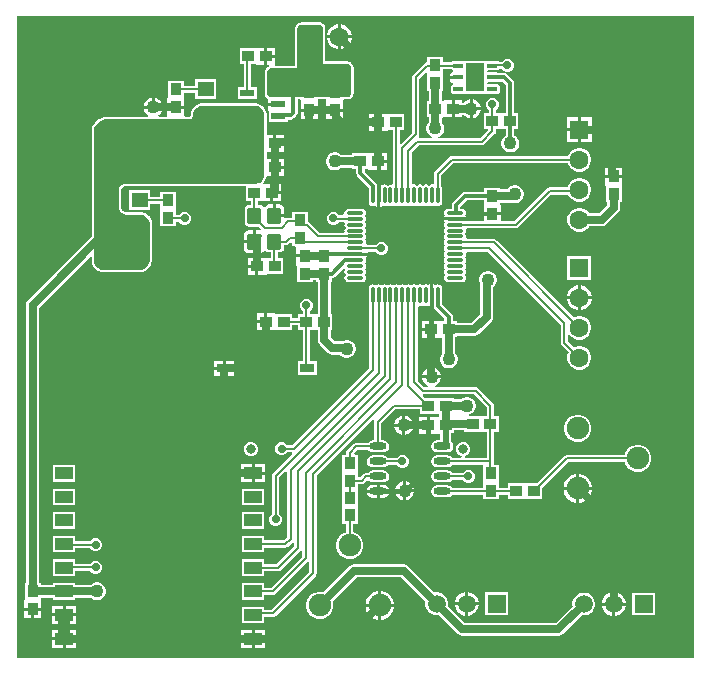
<source format=gtl>
G04*
G04 #@! TF.GenerationSoftware,Altium Limited,Altium Designer,21.3.2 (30)*
G04*
G04 Layer_Physical_Order=1*
G04 Layer_Color=255*
%FSTAX24Y24*%
%MOIN*%
G70*
G04*
G04 #@! TF.SameCoordinates,7CAEB1DE-A824-4D29-B8D0-2D7E757E666D*
G04*
G04*
G04 #@! TF.FilePolarity,Positive*
G04*
G01*
G75*
%ADD14C,0.0079*%
%ADD19R,0.0472X0.0315*%
%ADD20R,0.0394X0.0374*%
%ADD21R,0.0374X0.0394*%
%ADD22O,0.0118X0.0571*%
%ADD23O,0.0571X0.0118*%
%ADD24O,0.0571X0.0236*%
%ADD25R,0.0550X0.0500*%
G04:AMPARAMS|DCode=26|XSize=55.1mil|YSize=47.2mil|CornerRadius=5.9mil|HoleSize=0mil|Usage=FLASHONLY|Rotation=270.000|XOffset=0mil|YOffset=0mil|HoleType=Round|Shape=RoundedRectangle|*
%AMROUNDEDRECTD26*
21,1,0.0551,0.0354,0,0,270.0*
21,1,0.0433,0.0472,0,0,270.0*
1,1,0.0118,-0.0177,-0.0217*
1,1,0.0118,-0.0177,0.0217*
1,1,0.0118,0.0177,0.0217*
1,1,0.0118,0.0177,-0.0217*
%
%ADD26ROUNDEDRECTD26*%
%ADD27R,0.0480X0.0244*%
G04:AMPARAMS|DCode=28|XSize=33.9mil|YSize=16.5mil|CornerRadius=2.1mil|HoleSize=0mil|Usage=FLASHONLY|Rotation=0.000|XOffset=0mil|YOffset=0mil|HoleType=Round|Shape=RoundedRectangle|*
%AMROUNDEDRECTD28*
21,1,0.0339,0.0124,0,0,0.0*
21,1,0.0297,0.0165,0,0,0.0*
1,1,0.0041,0.0149,-0.0062*
1,1,0.0041,-0.0149,-0.0062*
1,1,0.0041,-0.0149,0.0062*
1,1,0.0041,0.0149,0.0062*
%
%ADD28ROUNDEDRECTD28*%
%ADD29R,0.0591X0.0394*%
%ADD51R,0.0591X0.0945*%
%ADD52C,0.0276*%
%ADD53C,0.0394*%
%ADD54C,0.0157*%
%ADD55C,0.0197*%
%ADD56C,0.0118*%
%ADD57C,0.0750*%
%ADD58C,0.0598*%
%ADD59R,0.0598X0.0598*%
%ADD60C,0.0315*%
%ADD61R,0.0630X0.0630*%
%ADD62C,0.0630*%
%ADD63R,0.0630X0.0630*%
%ADD64C,0.0433*%
%ADD65C,0.0276*%
G36*
X022704Y00013D02*
X00013D01*
Y021523D01*
X022704D01*
Y00013D01*
D02*
G37*
%LPC*%
G36*
X010244Y021315D02*
X010244Y021315D01*
X010244Y021315D01*
X010224Y021315D01*
X010224Y021315D01*
X009594D01*
X009563Y021309D01*
X009508Y021286D01*
X009482Y021269D01*
X00944Y021226D01*
X009423Y0212D01*
X0094Y021145D01*
X009394Y021114D01*
X009394Y021085D01*
Y019865D01*
X008753D01*
X008716Y019898D01*
X008716Y019915D01*
Y020135D01*
X008469D01*
Y019898D01*
X008526D01*
X008536Y019848D01*
X008508Y019836D01*
X008482Y019819D01*
X00844Y019776D01*
X008423Y01975D01*
X0084Y019695D01*
X008394Y019664D01*
Y019485D01*
Y018915D01*
X0084Y018884D01*
X0084Y018884D01*
X008415Y018847D01*
X008432Y018821D01*
X008461Y018793D01*
X008487Y018776D01*
X0085Y01877D01*
Y018634D01*
X00884D01*
Y018534D01*
X0085D01*
Y018362D01*
X008521D01*
Y018009D01*
X009159D01*
Y018075D01*
X009257D01*
X009311Y018085D01*
X009356Y018116D01*
X009445Y018204D01*
X009476Y01825D01*
X009486Y018304D01*
Y018754D01*
X009569D01*
X009596Y018704D01*
X009587Y018686D01*
X009587Y018663D01*
Y018439D01*
X010161D01*
X010161Y018686D01*
X010152Y018704D01*
X010179Y018754D01*
X010419D01*
X010446Y018704D01*
X010437Y018686D01*
X010437Y018663D01*
Y018439D01*
X011011D01*
X011011Y018686D01*
X011002Y018704D01*
X011029Y018754D01*
X011206D01*
X011219Y018757D01*
X011232Y018759D01*
X011234Y01876D01*
X011237Y01876D01*
X011248Y018768D01*
X011259Y018774D01*
X011275Y018788D01*
X01128Y018795D01*
X011287Y018801D01*
X011312Y018835D01*
X011316Y018843D01*
X011321Y01885D01*
X011338Y018889D01*
X01134Y018897D01*
X011343Y018905D01*
X011352Y018946D01*
X011353Y018955D01*
X011354Y018963D01*
X011354Y018985D01*
X011354Y018985D01*
X011354Y019785D01*
X011354Y019814D01*
X011348Y019845D01*
X011348Y019845D01*
X011348Y019845D01*
X011325Y0199D01*
X011325Y0199D01*
X011315Y019916D01*
X011308Y019926D01*
X011308Y019926D01*
X011308Y019926D01*
X011266Y019969D01*
X011266Y019969D01*
X011249Y019979D01*
X01124Y019986D01*
X011185Y020009D01*
X011185Y020009D01*
X011185Y020009D01*
X011168Y020012D01*
X011154Y020015D01*
X011154Y020015D01*
X011154Y020015D01*
X011124Y020015D01*
X011124Y020015D01*
X010404D01*
X010404Y021135D01*
X010404Y021155D01*
X010404Y021155D01*
X010404Y021155D01*
X010401Y02117D01*
X010398Y021185D01*
X010398Y021185D01*
X010398Y021185D01*
X010383Y021222D01*
X010383Y021222D01*
X010383Y021222D01*
X010372Y021238D01*
X010366Y021248D01*
X010366Y021248D01*
X010366Y021248D01*
X010337Y021276D01*
X010337Y021276D01*
X010311Y021294D01*
X010311Y021294D01*
X010275Y021309D01*
X010275Y021309D01*
X010275Y021309D01*
X01026Y021312D01*
X010244Y021315D01*
D02*
G37*
G36*
X010929Y02125D02*
X010924D01*
Y020885D01*
X011289D01*
Y020889D01*
X011261Y020995D01*
X011206Y021089D01*
X011129Y021167D01*
X011034Y021221D01*
X010929Y02125D01*
D02*
G37*
G36*
X010824D02*
X010819D01*
X010714Y021221D01*
X010619Y021167D01*
X010542Y021089D01*
X010487Y020995D01*
X010459Y020889D01*
Y020885D01*
X010824D01*
Y02125D01*
D02*
G37*
G36*
X011289Y020785D02*
X010924D01*
Y02042D01*
X010929D01*
X011034Y020448D01*
X011129Y020503D01*
X011206Y02058D01*
X011261Y020674D01*
X011289Y02078D01*
Y020785D01*
D02*
G37*
G36*
X010824D02*
X010459D01*
Y02078D01*
X010487Y020674D01*
X010542Y02058D01*
X010619Y020503D01*
X010714Y020448D01*
X010819Y02042D01*
X010824D01*
Y020785D01*
D02*
G37*
G36*
X008469Y020472D02*
Y020235D01*
X008716D01*
Y020472D01*
X008469D01*
D02*
G37*
G36*
X008122Y020472D02*
X008081Y02045D01*
X008072Y02045D01*
X007553D01*
Y019919D01*
X007688D01*
Y01916D01*
X007489D01*
Y018759D01*
X008127D01*
Y01916D01*
X007929D01*
Y019919D01*
X008081Y019919D01*
X008122Y019898D01*
X008145Y019898D01*
X008369D01*
Y020185D01*
Y020472D01*
X008122Y020472D01*
D02*
G37*
G36*
X01434Y020156D02*
X013808D01*
Y019995D01*
X013769Y019987D01*
X01373Y019961D01*
X01373Y019961D01*
X013339Y01957D01*
X013313Y019531D01*
X013304Y019485D01*
X013304Y019485D01*
Y017635D01*
X012941Y017272D01*
X012894Y017291D01*
Y017719D01*
X013045D01*
Y01825D01*
X012517Y01825D01*
X012476Y018272D01*
X012452Y018272D01*
X012229D01*
Y017985D01*
Y017698D01*
X012476Y017698D01*
X012517Y017719D01*
X012654Y017719D01*
Y015948D01*
X012604Y015911D01*
X012582Y015915D01*
X012528Y015904D01*
X012483Y015874D01*
X012439Y015904D01*
X012385Y015915D01*
X012331Y015904D01*
X012305Y015886D01*
X012303Y015889D01*
X01225Y015924D01*
X012238Y015927D01*
Y015548D01*
Y015169D01*
X01225Y015172D01*
X012303Y015207D01*
X012305Y01521D01*
X012331Y015192D01*
X012385Y015181D01*
X012439Y015192D01*
X012483Y015222D01*
X012528Y015192D01*
X012582Y015181D01*
X012636Y015192D01*
X01268Y015222D01*
X012725Y015192D01*
X012779Y015181D01*
X012832Y015192D01*
X012877Y015222D01*
X012922Y015192D01*
X012976Y015181D01*
X013029Y015192D01*
X013074Y015222D01*
X013119Y015192D01*
X013172Y015181D01*
X013226Y015192D01*
X013271Y015222D01*
X013315Y015192D01*
X013369Y015181D01*
X013423Y015192D01*
X013468Y015222D01*
X013512Y015192D01*
X013566Y015181D01*
X01362Y015192D01*
X013665Y015222D01*
X013709Y015192D01*
X013763Y015181D01*
X013817Y015192D01*
X013861Y015222D01*
X013906Y015192D01*
X01396Y015181D01*
X014014Y015192D01*
X014058Y015222D01*
X014103Y015192D01*
X014157Y015181D01*
X01421Y015192D01*
X014256Y015222D01*
X014286Y015268D01*
X014297Y015322D01*
Y015774D01*
X014286Y015828D01*
X014277Y015842D01*
Y016217D01*
X014674Y016614D01*
X018499D01*
X018507Y016583D01*
X018559Y016493D01*
X018632Y01642D01*
X018722Y016368D01*
X018822Y016341D01*
X018926D01*
X019026Y016368D01*
X019116Y01642D01*
X019189Y016493D01*
X019241Y016583D01*
X019268Y016683D01*
Y016786D01*
X019241Y016887D01*
X019189Y016976D01*
X019116Y01705D01*
X019026Y017102D01*
X018926Y017128D01*
X018822D01*
X018722Y017102D01*
X018632Y01705D01*
X018559Y016976D01*
X018507Y016887D01*
X018499Y016855D01*
X014624D01*
X014624Y016855D01*
X014578Y016846D01*
X014539Y01682D01*
X014539Y01682D01*
X014072Y016352D01*
X014045Y016313D01*
X014036Y016267D01*
X014036Y016267D01*
Y015945D01*
X013986Y01591D01*
X01396Y015915D01*
X013906Y015904D01*
X013861Y015874D01*
X013817Y015904D01*
X013763Y015915D01*
X013709Y015904D01*
X013665Y015874D01*
X01362Y015904D01*
X013566Y015915D01*
X013512Y015904D01*
X013468Y015874D01*
X013423Y015904D01*
X013369Y015915D01*
X013344Y01591D01*
X013294Y015946D01*
Y016985D01*
X013524Y017214D01*
X015624D01*
X015624Y017214D01*
X01567Y017223D01*
X015709Y017249D01*
X016064Y017604D01*
X016064Y017604D01*
X01609Y017643D01*
X016099Y017689D01*
Y017769D01*
X016254D01*
Y017769D01*
X016294D01*
Y017769D01*
X016433D01*
Y017544D01*
X016393Y017521D01*
X016338Y017466D01*
X016299Y017399D01*
X016279Y017324D01*
Y017246D01*
X016299Y017171D01*
X016338Y017103D01*
X016393Y017048D01*
X01646Y017009D01*
X016535Y016989D01*
X016613D01*
X016688Y017009D01*
X016755Y017048D01*
X01681Y017103D01*
X016849Y017171D01*
X016869Y017246D01*
Y017324D01*
X016849Y017399D01*
X01681Y017466D01*
X016755Y017521D01*
X016714Y017544D01*
Y017769D01*
X016845D01*
Y0183D01*
X01671D01*
Y019289D01*
X016699Y019343D01*
X016669Y019389D01*
X016473Y019584D01*
X016428Y019614D01*
X016374Y019625D01*
X016184D01*
X016161Y01964D01*
X016123Y019648D01*
X015837D01*
X015812Y019681D01*
X015837Y019715D01*
X016123D01*
X016161Y019723D01*
X016194Y019745D01*
X016205Y019761D01*
X016291D01*
X016351Y019701D01*
X016431Y019668D01*
X016517D01*
X016597Y019701D01*
X016658Y019762D01*
X016691Y019842D01*
Y019928D01*
X016658Y020007D01*
X016597Y020068D01*
X016517Y020101D01*
X016431D01*
X016351Y020068D01*
X01629Y020007D01*
X016288Y020002D01*
X016201D01*
X016194Y020012D01*
X016161Y020034D01*
X016123Y020042D01*
X015831D01*
X015825Y020042D01*
X015783Y020036D01*
X015783Y020036D01*
X015035D01*
X015035Y020036D01*
X014993Y020042D01*
X014695D01*
X014657Y020034D01*
X014624Y020012D01*
X014615Y019999D01*
X01434D01*
Y020156D01*
D02*
G37*
G36*
X006778Y019413D02*
X00607D01*
Y0192D01*
X00569D01*
Y019356D01*
X005158D01*
X005158Y018827D01*
X005137Y018786D01*
X005137Y018763D01*
Y018539D01*
X005711D01*
X005711Y018786D01*
X00569Y018827D01*
X00569Y018959D01*
X00607D01*
Y018756D01*
X006778D01*
Y019413D01*
D02*
G37*
G36*
X008104Y018615D02*
X008074Y018615D01*
X006324Y018615D01*
X006324Y018615D01*
X006292Y018615D01*
X006284Y018613D01*
X006276D01*
X006213Y018601D01*
X006206Y018598D01*
X006198Y018596D01*
X006138Y018572D01*
X006132Y018567D01*
X006125Y018564D01*
X006071Y018528D01*
X006065Y018523D01*
X006059Y018518D01*
X006013Y018473D01*
X006009Y018466D01*
X006003Y018461D01*
X005968Y018407D01*
X005964Y0184D01*
X00596Y018393D01*
X005935Y018334D01*
X005934Y018326D01*
X005931Y018319D01*
X005918Y018256D01*
Y018248D01*
X005917Y01824D01*
X005917Y018212D01*
X005916Y018203D01*
X005908Y018185D01*
X005897Y018173D01*
X005878Y018166D01*
X00587Y018165D01*
X00575D01*
X005711Y018193D01*
X005711Y018215D01*
Y018439D01*
X005137D01*
Y018215D01*
X005137Y018193D01*
X005098Y018165D01*
X004853D01*
X00484Y018215D01*
X004868Y018231D01*
X004927Y01829D01*
X004969Y018362D01*
X004988Y018435D01*
X00436D01*
X004379Y018362D01*
X004421Y01829D01*
X00448Y018231D01*
X004508Y018215D01*
X004495Y018165D01*
X003124D01*
X003124Y018165D01*
X003082Y018165D01*
X003074Y018163D01*
X003066D01*
X002984Y018147D01*
X002977Y018144D01*
X002969Y018142D01*
X002892Y01811D01*
X002885Y018106D01*
X002878Y018103D01*
X002808Y018057D01*
X002803Y018051D01*
X002796Y018047D01*
X002737Y017987D01*
X002733Y017981D01*
X002727Y017975D01*
X002681Y017906D01*
X002678Y017898D01*
X002673Y017892D01*
X002641Y017814D01*
X00264Y017807D01*
X002637Y017799D01*
X00262Y017717D01*
Y017709D01*
X002619Y017701D01*
Y01766D01*
Y014181D01*
X000494Y012056D01*
X000446Y011984D01*
X000429Y0119D01*
Y002621D01*
X000384D01*
X000384Y002093D01*
X000363Y002052D01*
X000363Y002028D01*
Y001805D01*
X000937D01*
X000937Y002052D01*
X000924Y002077D01*
X000945Y002122D01*
X00095Y002127D01*
X001327D01*
Y002074D01*
X002075D01*
Y002129D01*
X002603D01*
X002619Y002114D01*
X002686Y002075D01*
X002761Y002055D01*
X002839D01*
X002914Y002075D01*
X002981Y002114D01*
X003036Y002169D01*
X003075Y002236D01*
X003095Y002311D01*
Y002389D01*
X003075Y002464D01*
X003036Y002531D01*
X002981Y002586D01*
X002914Y002625D01*
X002839Y002645D01*
X002761D01*
X002686Y002625D01*
X002619Y002586D01*
X002603Y002571D01*
X002075D01*
Y002626D01*
X001327D01*
Y002568D01*
X000916D01*
Y002621D01*
X000871D01*
Y011809D01*
X002572Y01351D01*
X002619Y013491D01*
Y01341D01*
X002619Y013375D01*
X00262Y013367D01*
Y01336D01*
X002634Y013292D01*
X002637Y013285D01*
X002638Y013277D01*
X002665Y013213D01*
X002669Y013207D01*
X002672Y013199D01*
X00271Y013142D01*
X002716Y013136D01*
X00272Y01313D01*
X002769Y013081D01*
X002776Y013077D01*
X002781Y013071D01*
X002839Y013033D01*
X002846Y01303D01*
X002852Y013025D01*
X002916Y012999D01*
X002924Y012997D01*
X002931Y012994D01*
X002999Y012981D01*
X003007D01*
X003015Y012979D01*
X003774Y012979D01*
X004199Y012979D01*
X004233Y012979D01*
X004241Y012981D01*
X004249D01*
X004317Y012994D01*
X004324Y012997D01*
X004332Y012999D01*
X004396Y013025D01*
X004402Y01303D01*
X00441Y013033D01*
X004467Y013071D01*
X004473Y013077D01*
X004479Y013081D01*
X004528Y01313D01*
X004533Y013137D01*
X004538Y013142D01*
X004577Y0132D01*
X00458Y013207D01*
X004584Y013214D01*
X00461Y013277D01*
X004612Y013285D01*
X004615Y013292D01*
X004628Y01336D01*
Y013368D01*
X00463Y013376D01*
X00463Y01341D01*
X00463Y014135D01*
Y014609D01*
X00463Y014609D01*
Y014639D01*
X004628Y014646D01*
Y014654D01*
X004617Y014713D01*
X004614Y01472D01*
X004612Y014728D01*
X00459Y014782D01*
X004585Y014789D01*
X004582Y014796D01*
X004578Y014803D01*
Y014813D01*
X004571D01*
X004549Y014846D01*
X004544Y014851D01*
X004539Y014858D01*
X004497Y0149D01*
X004491Y014904D01*
X004485Y01491D01*
X004436Y014943D01*
X004428Y014946D01*
X004422Y01495D01*
X004367Y014973D01*
X004359Y014975D01*
X004352Y014978D01*
X004294Y014989D01*
X004286D01*
X004278Y014991D01*
X003778D01*
X003745Y014994D01*
X003681Y015021D01*
X003634Y015067D01*
X003608Y015131D01*
X003604Y015164D01*
Y015731D01*
X003607Y015754D01*
X003626Y015801D01*
X003659Y015834D01*
X003706Y015854D01*
X003729Y015856D01*
X007753Y015856D01*
Y015369D01*
X007919D01*
Y015225D01*
X007862D01*
X007808Y015214D01*
X007763Y015184D01*
X007732Y015138D01*
X007722Y015084D01*
Y014651D01*
X007732Y014597D01*
X007763Y014552D01*
X007808Y014521D01*
X007862Y014511D01*
X008187D01*
X008278Y014419D01*
X008254Y014373D01*
X008216Y01438D01*
X008089D01*
Y014002D01*
Y013623D01*
X008216D01*
X008279Y013635D01*
X008331Y01367D01*
X008359Y013711D01*
X008402Y013715D01*
X008415Y013712D01*
X008432Y013686D01*
X008478Y013655D01*
X008531Y013645D01*
X008588D01*
Y01345D01*
X008467Y01345D01*
X008426Y013472D01*
X008402Y013472D01*
X008179D01*
Y013185D01*
Y012898D01*
X008426Y012898D01*
X008467Y012919D01*
X008476Y012919D01*
X008995D01*
Y01345D01*
X008829D01*
Y013645D01*
X008886D01*
X00894Y013655D01*
X008985Y013686D01*
X009016Y013731D01*
X009026Y013785D01*
Y013881D01*
X009091D01*
X009091Y013881D01*
X009137Y01389D01*
X009176Y013916D01*
X009258Y013999D01*
X009308Y013978D01*
Y013864D01*
X009406D01*
X009437Y013827D01*
X009437Y013814D01*
Y01358D01*
X009724D01*
Y01348D01*
X009437D01*
X009437Y013233D01*
X009458Y013192D01*
X009458Y013183D01*
Y012664D01*
X00999D01*
Y012719D01*
X010108D01*
Y012664D01*
X010151D01*
Y011636D01*
X010118Y011603D01*
X010101Y0116D01*
X010054Y0116D01*
X010044Y0116D01*
X009894D01*
Y011694D01*
X009897Y011695D01*
X009958Y011756D01*
X009991Y011836D01*
Y011922D01*
X009958Y012001D01*
X009897Y012062D01*
X009817Y012095D01*
X009731D01*
X009651Y012062D01*
X00959Y012001D01*
X009557Y011922D01*
Y011836D01*
X00959Y011756D01*
X009651Y011695D01*
X009654Y011694D01*
Y0116D01*
X009503D01*
Y011455D01*
X009295D01*
Y0116D01*
X008767Y0116D01*
X008726Y011622D01*
X008702Y011622D01*
X008479D01*
Y011335D01*
Y011048D01*
X008726Y011048D01*
X008767Y011069D01*
X008776Y011069D01*
X009295D01*
Y011214D01*
X009503D01*
Y011069D01*
X009658D01*
Y010021D01*
X009487D01*
Y009548D01*
X010117D01*
Y010021D01*
X009899D01*
Y011069D01*
X010044D01*
X010054Y011069D01*
X010094D01*
X010101Y011069D01*
X010151Y011061D01*
Y010734D01*
X010168Y01065D01*
X010216Y010578D01*
X010485Y010309D01*
X010557Y010261D01*
X010641Y010244D01*
X010897D01*
X010943Y010198D01*
X01101Y010159D01*
X011085Y010139D01*
X011163D01*
X011238Y010159D01*
X011305Y010198D01*
X01136Y010253D01*
X011399Y010321D01*
X011419Y010396D01*
Y010474D01*
X011399Y010549D01*
X01136Y010616D01*
X011305Y010671D01*
X011238Y01071D01*
X011163Y01073D01*
X011085D01*
X01101Y01071D01*
X010968Y010686D01*
X010733D01*
X010592Y010826D01*
Y011069D01*
X010645D01*
Y0116D01*
X010592D01*
Y012664D01*
X01064D01*
Y012797D01*
X010678Y012805D01*
X010723Y012835D01*
X010993Y013105D01*
X011049Y013095D01*
X011063Y013065D01*
X011054Y013053D01*
X011044Y012999D01*
X011054Y012945D01*
X011084Y0129D01*
X011054Y012856D01*
X011044Y012802D01*
X011054Y012748D01*
X011085Y012703D01*
X01113Y012672D01*
X011184Y012661D01*
X011637D01*
X011691Y012672D01*
X011736Y012703D01*
X011767Y012748D01*
X011777Y012802D01*
X011767Y012856D01*
X011737Y0129D01*
X011767Y012945D01*
X011777Y012999D01*
X011767Y013053D01*
X011737Y013097D01*
X011767Y013142D01*
X011777Y013196D01*
X011767Y013249D01*
X011737Y013294D01*
X011767Y013339D01*
X011777Y013393D01*
X011767Y013446D01*
X011749Y013473D01*
X011752Y013475D01*
X011787Y013527D01*
X011789Y013539D01*
X011411D01*
Y013639D01*
X011813D01*
X011833Y013665D01*
X012089D01*
X01209Y013662D01*
X012151Y013601D01*
X012231Y013568D01*
X012317D01*
X012397Y013601D01*
X012458Y013662D01*
X012491Y013742D01*
Y013828D01*
X012458Y013907D01*
X012397Y013968D01*
X012317Y014001D01*
X012231D01*
X012151Y013968D01*
X01209Y013907D01*
X01209Y013906D01*
X011807D01*
X011772Y013956D01*
X011777Y013983D01*
X011767Y014037D01*
X011737Y014081D01*
X011767Y014126D01*
X011777Y01418D01*
X011767Y014234D01*
X011737Y014278D01*
X011767Y014323D01*
X011777Y014377D01*
X011767Y014431D01*
X011737Y014475D01*
X011767Y01452D01*
X011777Y014574D01*
X011767Y014627D01*
X011737Y014672D01*
X011767Y014717D01*
X011777Y01477D01*
X011767Y014824D01*
X011737Y014869D01*
X011767Y014914D01*
X011777Y014967D01*
X011767Y015021D01*
X011736Y015067D01*
X011691Y015097D01*
X011637Y015108D01*
X011184D01*
X01113Y015097D01*
X011085Y015067D01*
X011054Y015021D01*
X011044Y014967D01*
X011048Y014948D01*
X011009Y014898D01*
X010861D01*
X010858Y014907D01*
X010797Y014968D01*
X010717Y015001D01*
X010631D01*
X010551Y014968D01*
X01049Y014907D01*
X010457Y014828D01*
Y014742D01*
X01049Y014662D01*
X010551Y014601D01*
X010631Y014568D01*
X010717D01*
X010797Y014601D01*
X010853Y014657D01*
X011019D01*
X01105Y014607D01*
X011044Y014574D01*
X011054Y01452D01*
X011084Y014475D01*
X011054Y014431D01*
X011044Y014377D01*
X011049Y01435D01*
X011014Y0143D01*
X010229D01*
X009871Y014658D01*
X00984Y014679D01*
Y015006D01*
X009308D01*
Y014805D01*
X00917D01*
X00917Y014805D01*
X009124Y014796D01*
X009098Y014779D01*
X009054Y014796D01*
X009048Y014801D01*
Y014818D01*
X008709D01*
Y014868D01*
X008659D01*
Y015246D01*
X008531D01*
X008469Y015234D01*
X008417Y015199D01*
X008389Y015158D01*
X008346Y015154D01*
X008333Y015157D01*
X008316Y015184D01*
X00827Y015214D01*
X008216Y015225D01*
X00816D01*
Y015369D01*
X008281Y015369D01*
X008322Y015348D01*
X008345Y015348D01*
X008569D01*
Y015635D01*
Y015922D01*
X008369D01*
X008348Y015972D01*
X008364Y015988D01*
X008368Y015994D01*
X008374Y016D01*
X008407Y016049D01*
X00841Y016056D01*
X008414Y016063D01*
X008437Y016117D01*
X008438Y016125D01*
X008441Y016132D01*
X008453Y01619D01*
Y016197D01*
X008453Y016198D01*
X008669D01*
Y016485D01*
Y016772D01*
X008454D01*
Y016998D01*
X008669D01*
Y017285D01*
Y017572D01*
X008454D01*
Y018235D01*
X008454Y018235D01*
X008454Y018264D01*
X008453Y018272D01*
X008453Y01828D01*
X008441Y018338D01*
X008438Y018345D01*
X008437Y018353D01*
X008414Y018407D01*
X00841Y018414D01*
X008407Y018421D01*
X008374Y01847D01*
X008368Y018476D01*
X008364Y018483D01*
X008322Y018524D01*
X008315Y018529D01*
X00831Y018534D01*
X008261Y018567D01*
X008253Y01857D01*
X008247Y018575D01*
X008192Y018597D01*
X008184Y018599D01*
X008177Y018602D01*
X008119Y018613D01*
X008111D01*
X008104Y018615D01*
D02*
G37*
G36*
X004724Y018799D02*
Y018535D01*
X004988D01*
X004969Y018607D01*
X004927Y018679D01*
X004868Y018738D01*
X004796Y01878D01*
X004724Y018799D01*
D02*
G37*
G36*
X004624D02*
X004552Y01878D01*
X00448Y018738D01*
X004421Y018679D01*
X004379Y018607D01*
X00436Y018535D01*
X004624D01*
Y018799D01*
D02*
G37*
G36*
X011011Y018339D02*
X010774D01*
Y018093D01*
X011011D01*
Y018339D01*
D02*
G37*
G36*
X010674D02*
X010437D01*
Y018093D01*
X010674D01*
Y018339D01*
D02*
G37*
G36*
X010161D02*
X009924D01*
Y018093D01*
X010161D01*
Y018339D01*
D02*
G37*
G36*
X009824D02*
X009587D01*
Y018093D01*
X009824D01*
Y018339D01*
D02*
G37*
G36*
X012129Y018272D02*
X011882D01*
Y018035D01*
X012129D01*
Y018272D01*
D02*
G37*
G36*
X019289Y01815D02*
X018924D01*
Y017785D01*
X019289D01*
Y01815D01*
D02*
G37*
G36*
X018824D02*
X018459D01*
Y017785D01*
X018824D01*
Y01815D01*
D02*
G37*
G36*
X012129Y017935D02*
X011882D01*
Y017698D01*
X012129D01*
Y017935D01*
D02*
G37*
G36*
X009016Y017572D02*
X008769D01*
Y017335D01*
X009016D01*
Y017572D01*
D02*
G37*
G36*
X019289Y017685D02*
X018924D01*
Y01732D01*
X019289D01*
Y017685D01*
D02*
G37*
G36*
X018824D02*
X018459D01*
Y01732D01*
X018824D01*
Y017685D01*
D02*
G37*
G36*
X009016Y017235D02*
X008769D01*
Y016998D01*
X009016D01*
Y017235D01*
D02*
G37*
G36*
X012219Y016972D02*
Y016735D01*
X012466D01*
Y016972D01*
X012219D01*
D02*
G37*
G36*
X009016Y016772D02*
X008769D01*
Y016535D01*
X009016D01*
Y016772D01*
D02*
G37*
G36*
X012466Y016635D02*
X012219D01*
Y016398D01*
X012466D01*
Y016635D01*
D02*
G37*
G36*
X010763Y01698D02*
X010685D01*
X01061Y01696D01*
X010543Y016921D01*
X010488Y016866D01*
X010449Y016799D01*
X010429Y016724D01*
Y016646D01*
X010449Y016571D01*
X010488Y016503D01*
X010543Y016448D01*
X01061Y016409D01*
X010685Y016389D01*
X010763D01*
X010838Y016409D01*
X010905Y016448D01*
X010921Y016464D01*
X011303D01*
Y016419D01*
X011438D01*
Y01628D01*
X011449Y016226D01*
X011479Y016181D01*
X011851Y015809D01*
Y015322D01*
X011861Y015268D01*
X011892Y015222D01*
X011938Y015192D01*
X011991Y015181D01*
X012045Y015192D01*
X012072Y01521D01*
X012073Y015207D01*
X012126Y015172D01*
X012138Y015169D01*
Y015548D01*
Y015927D01*
X012126Y015924D01*
X012093Y015963D01*
X012091Y015967D01*
X011719Y016338D01*
Y016419D01*
X011831Y016419D01*
X011872Y016398D01*
X011895Y016398D01*
X012119D01*
Y016685D01*
Y016972D01*
X011872Y016972D01*
X011831Y01695D01*
X011822Y01695D01*
X011303D01*
Y016905D01*
X010921D01*
X010905Y016921D01*
X010838Y01696D01*
X010763Y01698D01*
D02*
G37*
G36*
X020311Y016477D02*
X020074D01*
Y01623D01*
X020311D01*
Y016477D01*
D02*
G37*
G36*
X019974D02*
X019737D01*
Y01623D01*
X019974D01*
Y016477D01*
D02*
G37*
G36*
X009016Y016435D02*
X008769D01*
Y016198D01*
X009016D01*
Y016435D01*
D02*
G37*
G36*
X018926Y016128D02*
X018822D01*
X018722Y016102D01*
X018632Y01605D01*
X018559Y015976D01*
X018507Y015887D01*
X018489Y015818D01*
X017887D01*
X017887Y015818D01*
X017841Y015809D01*
X017802Y015783D01*
X016713Y014694D01*
X016261D01*
Y014889D01*
X015687D01*
Y014694D01*
X01516D01*
X015139Y01472D01*
X014737D01*
X014359D01*
X014361Y014708D01*
X014396Y014656D01*
X014399Y014654D01*
X014381Y014627D01*
X01437Y014574D01*
X014381Y01452D01*
X014411Y014475D01*
X014381Y014431D01*
X01437Y014377D01*
X014381Y014323D01*
X014411Y014278D01*
X014381Y014234D01*
X01437Y01418D01*
X014381Y014126D01*
X014411Y014081D01*
X014381Y014037D01*
X01437Y013983D01*
X014381Y013929D01*
X014411Y013885D01*
X014381Y01384D01*
X01437Y013786D01*
X014381Y013732D01*
X014411Y013688D01*
X014381Y013643D01*
X01437Y013589D01*
X014381Y013536D01*
X014411Y013491D01*
X014381Y013446D01*
X01437Y013393D01*
X014381Y013339D01*
X014411Y013294D01*
X014381Y013249D01*
X01437Y013196D01*
X014381Y013142D01*
X014411Y013097D01*
X014381Y013053D01*
X01437Y012999D01*
X014381Y012945D01*
X014411Y0129D01*
X014381Y012856D01*
X01437Y012802D01*
X014381Y012748D01*
X014412Y012703D01*
X014457Y012672D01*
X014511Y012661D01*
X014964D01*
X015017Y012672D01*
X015063Y012703D01*
X015094Y012748D01*
X015104Y012802D01*
X015094Y012856D01*
X015064Y0129D01*
X015094Y012945D01*
X015104Y012999D01*
X015094Y013053D01*
X015064Y013097D01*
X015094Y013142D01*
X015104Y013196D01*
X015094Y013249D01*
X015064Y013294D01*
X015094Y013339D01*
X015104Y013393D01*
X015094Y013446D01*
X015064Y013491D01*
X015094Y013536D01*
X015104Y013589D01*
X0151Y013608D01*
X015139Y013658D01*
X01583D01*
X018254Y011235D01*
Y010635D01*
X018254Y010635D01*
X018263Y010589D01*
X018289Y010549D01*
X018523Y010315D01*
X018507Y010287D01*
X01848Y010186D01*
Y010083D01*
X018507Y009983D01*
X018559Y009893D01*
X018632Y00982D01*
X018722Y009768D01*
X018822Y009741D01*
X018926D01*
X019026Y009768D01*
X019116Y00982D01*
X019189Y009893D01*
X019241Y009983D01*
X019268Y010083D01*
Y010186D01*
X019241Y010287D01*
X019189Y010376D01*
X019116Y01045D01*
X019026Y010502D01*
X018926Y010528D01*
X018822D01*
X018722Y010502D01*
X018694Y010485D01*
X018494Y010685D01*
Y010905D01*
X018544Y010918D01*
X018559Y010893D01*
X018632Y01082D01*
X018722Y010768D01*
X018822Y010741D01*
X018926D01*
X019026Y010768D01*
X019116Y01082D01*
X019189Y010893D01*
X019241Y010983D01*
X019268Y011083D01*
Y011186D01*
X019241Y011287D01*
X019189Y011376D01*
X019116Y01145D01*
X019026Y011502D01*
X018926Y011528D01*
X018822D01*
X018722Y011502D01*
X018694Y011485D01*
X016111Y014068D01*
X016072Y014094D01*
X016026Y014103D01*
X016026Y014103D01*
X015134D01*
X015099Y014153D01*
X015104Y01418D01*
X015094Y014234D01*
X015064Y014278D01*
X015094Y014323D01*
X015104Y014377D01*
X015099Y014403D01*
X015134Y014453D01*
X016763D01*
X016763Y014453D01*
X016809Y014462D01*
X016848Y014488D01*
X017937Y015577D01*
X01851D01*
X018559Y015493D01*
X018632Y01542D01*
X018722Y015368D01*
X018822Y015341D01*
X018926D01*
X019026Y015368D01*
X019116Y01542D01*
X019189Y015493D01*
X019241Y015583D01*
X019268Y015683D01*
Y015786D01*
X019241Y015887D01*
X019189Y015976D01*
X019116Y01605D01*
X019026Y016102D01*
X018926Y016128D01*
D02*
G37*
G36*
X016763Y01588D02*
X016685D01*
X01661Y01586D01*
X016543Y015821D01*
X016488Y015766D01*
X016479Y015751D01*
X01624D01*
Y015806D01*
X015708D01*
Y015675D01*
X015074D01*
X01502Y015664D01*
X014975Y015634D01*
X01466Y015319D01*
X014629Y015273D01*
X014618Y01522D01*
Y015108D01*
X014511D01*
X014457Y015097D01*
X014412Y015067D01*
X014381Y015021D01*
X01437Y014967D01*
X014381Y014914D01*
X014399Y014887D01*
X014396Y014885D01*
X014361Y014833D01*
X014359Y01482D01*
X014737D01*
X015116D01*
X015114Y014833D01*
X015078Y014885D01*
X015076Y014887D01*
X015094Y014914D01*
X015104Y014967D01*
X015094Y015021D01*
X015063Y015067D01*
X015017Y015097D01*
X014964Y015108D01*
X014899D01*
Y015161D01*
X015132Y015394D01*
X015708D01*
Y015277D01*
X015687Y015236D01*
X015687Y015236D01*
Y014989D01*
X016261D01*
Y015236D01*
X016261D01*
X01624Y015254D01*
Y015309D01*
X016611D01*
X016685Y015289D01*
X016763D01*
X016838Y015309D01*
X016905Y015348D01*
X01696Y015403D01*
X016999Y015471D01*
X017019Y015546D01*
Y015624D01*
X016999Y015699D01*
X01696Y015766D01*
X016905Y015821D01*
X016838Y01586D01*
X016763Y01588D01*
D02*
G37*
G36*
X008916Y015922D02*
X008669D01*
Y015685D01*
X008916D01*
Y015922D01*
D02*
G37*
G36*
Y015585D02*
X008669D01*
Y015348D01*
X008916D01*
Y015585D01*
D02*
G37*
G36*
X020311Y01613D02*
X020024D01*
X019737D01*
X019737Y015883D01*
X019758Y015842D01*
X019758Y015833D01*
Y015314D01*
X019803D01*
Y015226D01*
X019533Y014955D01*
X019201D01*
X019189Y014976D01*
X019116Y01505D01*
X019026Y015102D01*
X018926Y015128D01*
X018822D01*
X018722Y015102D01*
X018632Y01505D01*
X018559Y014976D01*
X018507Y014887D01*
X01848Y014786D01*
Y014683D01*
X018507Y014583D01*
X018559Y014493D01*
X018632Y01442D01*
X018722Y014368D01*
X018822Y014341D01*
X018926D01*
X019026Y014368D01*
X019116Y01442D01*
X019189Y014493D01*
X019201Y014514D01*
X019624D01*
X019708Y014531D01*
X01978Y014579D01*
X02018Y014979D01*
X020228Y01505D01*
X020245Y015135D01*
Y015314D01*
X02029D01*
X02029Y015842D01*
X020311Y015883D01*
X020311Y015906D01*
Y01613D01*
D02*
G37*
G36*
X008886Y015246D02*
X008759D01*
Y014918D01*
X009048D01*
Y015084D01*
X009036Y015146D01*
X009Y015199D01*
X008948Y015234D01*
X008886Y015246D01*
D02*
G37*
G36*
X004578Y015713D02*
X00387D01*
Y015056D01*
X004578D01*
Y015264D01*
X004908D01*
Y015115D01*
X004908Y015104D01*
Y015065D01*
X004908Y015054D01*
Y014514D01*
X00544D01*
Y014664D01*
X005539D01*
X00554Y014662D01*
X005601Y014601D01*
X005681Y014568D01*
X005767D01*
X005847Y014601D01*
X005908Y014662D01*
X005941Y014742D01*
Y014828D01*
X005908Y014907D01*
X005847Y014968D01*
X005767Y015001D01*
X005681D01*
X005601Y014968D01*
X00554Y014907D01*
X005539Y014905D01*
X00544D01*
Y015054D01*
X00544Y015065D01*
Y015104D01*
X00544Y015115D01*
Y015656D01*
X004908D01*
Y015505D01*
X004578D01*
Y015713D01*
D02*
G37*
G36*
X007989Y01438D02*
X007862D01*
X0078Y014368D01*
X007747Y014333D01*
X007712Y01428D01*
X0077Y014218D01*
Y014052D01*
X007989D01*
Y01438D01*
D02*
G37*
G36*
Y013952D02*
X0077D01*
Y013785D01*
X007712Y013723D01*
X007747Y01367D01*
X0078Y013635D01*
X007862Y013623D01*
X007989D01*
Y013952D01*
D02*
G37*
G36*
X008079Y013472D02*
X007832D01*
Y013235D01*
X008079D01*
Y013472D01*
D02*
G37*
G36*
Y013135D02*
X007832D01*
Y012898D01*
X008079D01*
Y013135D01*
D02*
G37*
G36*
X019268Y013528D02*
X01848D01*
Y012741D01*
X019268D01*
Y013528D01*
D02*
G37*
G36*
X01391Y0126D02*
X013898Y012597D01*
X013845Y012562D01*
X013843Y01256D01*
X013817Y012577D01*
X013763Y012588D01*
X013709Y012577D01*
X013665Y012548D01*
X01362Y012577D01*
X013566Y012588D01*
X013512Y012577D01*
X013468Y012548D01*
X013423Y012577D01*
X013369Y012588D01*
X013315Y012577D01*
X013271Y012548D01*
X013226Y012577D01*
X013172Y012588D01*
X013119Y012577D01*
X013074Y012548D01*
X013029Y012577D01*
X012976Y012588D01*
X012922Y012577D01*
X012877Y012548D01*
X012832Y012577D01*
X012779Y012588D01*
X012725Y012577D01*
X01268Y012548D01*
X012636Y012577D01*
X012582Y012588D01*
X012528Y012577D01*
X012483Y012548D01*
X012439Y012577D01*
X012385Y012588D01*
X012331Y012577D01*
X012287Y012548D01*
X012242Y012577D01*
X012188Y012588D01*
X012134Y012577D01*
X01209Y012548D01*
X012045Y012577D01*
X011991Y012588D01*
X011938Y012577D01*
X011892Y012547D01*
X011861Y012501D01*
X011851Y012448D01*
Y011995D01*
X011861Y011941D01*
X011871Y011927D01*
Y009791D01*
X0093Y00722D01*
X009134D01*
X009134Y007223D01*
X009073Y007284D01*
X008993Y007317D01*
X008907D01*
X008827Y007284D01*
X008766Y007223D01*
X008733Y007143D01*
Y007057D01*
X008766Y006977D01*
X008827Y006916D01*
X008907Y006883D01*
X008993D01*
X009073Y006916D01*
X009134Y006977D01*
X009134Y00698D01*
X009289D01*
X009309Y00693D01*
X008665Y006285D01*
X008639Y006246D01*
X00863Y0062D01*
X00863Y0062D01*
Y004934D01*
X008627Y004934D01*
X008566Y004873D01*
X008533Y004793D01*
Y004707D01*
X008566Y004627D01*
X008627Y004566D01*
X008707Y004533D01*
X008793D01*
X008873Y004566D01*
X008934Y004627D01*
X008967Y004707D01*
Y004793D01*
X008934Y004873D01*
X008873Y004934D01*
X00887Y004934D01*
Y00615D01*
X00908Y006359D01*
X00913Y006339D01*
Y00415D01*
X009025Y004045D01*
X008374D01*
Y0042D01*
X007626D01*
Y003649D01*
X008374D01*
Y003804D01*
X009075D01*
X009075Y003804D01*
X009121Y003814D01*
X00916Y00384D01*
X00933Y004009D01*
X009353Y004006D01*
X00938Y003991D01*
Y00385D01*
X008788Y003258D01*
X008374D01*
Y003413D01*
X007626D01*
Y002862D01*
X008374D01*
Y003017D01*
X008837D01*
X008837Y003017D01*
X008883Y003026D01*
X008923Y003052D01*
X00958Y003709D01*
X009603Y003706D01*
X00963Y003691D01*
Y0035D01*
X0086Y00247D01*
X008374D01*
Y002626D01*
X007626D01*
Y002074D01*
X008374D01*
Y00223D01*
X00865D01*
X00865Y00223D01*
X008696Y002239D01*
X008735Y002265D01*
X00983Y003359D01*
X009853Y003356D01*
X00988Y003341D01*
Y003D01*
X008617Y001738D01*
X008374D01*
Y001838D01*
X007626D01*
Y001287D01*
X008374D01*
Y001497D01*
X008667D01*
X008667Y001497D01*
X008713Y001506D01*
X008752Y001532D01*
X010085Y002865D01*
X010085Y002865D01*
X010111Y002904D01*
X01012Y00295D01*
X01012Y00295D01*
Y0062D01*
X012003Y008083D01*
X012042Y008051D01*
X012039Y008046D01*
X01203Y008D01*
X01203Y008D01*
Y007385D01*
X011999D01*
X011922Y00737D01*
X011857Y007327D01*
X011843Y007305D01*
X011435D01*
X011435Y007305D01*
X011389Y007296D01*
X011349Y00727D01*
X011349Y00727D01*
X011139Y007059D01*
X011113Y00702D01*
X011104Y006974D01*
X011104Y006974D01*
Y006906D01*
X010958D01*
Y006365D01*
X010958Y006354D01*
Y006315D01*
X010958Y006304D01*
Y005764D01*
X010958D01*
Y005751D01*
X010958D01*
Y00521D01*
X010958Y0052D01*
Y00516D01*
X010958Y00515D01*
Y004609D01*
X011104D01*
Y004322D01*
X011049Y004307D01*
X010945Y004248D01*
X010861Y004163D01*
X010801Y00406D01*
X01077Y003944D01*
Y003825D01*
X010801Y00371D01*
X010861Y003606D01*
X010945Y003522D01*
X011049Y003462D01*
X011164Y003431D01*
X011284D01*
X011399Y003462D01*
X011503Y003522D01*
X011587Y003606D01*
X011647Y00371D01*
X011678Y003825D01*
Y003944D01*
X011647Y00406D01*
X011587Y004163D01*
X011503Y004248D01*
X011399Y004307D01*
X011344Y004322D01*
Y004609D01*
X01149D01*
Y00515D01*
X01149Y00516D01*
Y0052D01*
X01149Y00521D01*
Y005751D01*
X01149D01*
Y005764D01*
X01149D01*
Y005914D01*
X011624D01*
X011624Y005914D01*
X01167Y005923D01*
X011709Y005949D01*
X0118Y006041D01*
X011857Y006043D01*
X011922Y005999D01*
X011999Y005984D01*
X012333D01*
X01241Y005999D01*
X012475Y006043D01*
X012519Y006108D01*
X012534Y006185D01*
X012519Y006261D01*
X012475Y006327D01*
X01241Y00637D01*
X012333Y006385D01*
X011999D01*
X011922Y00637D01*
X011857Y006327D01*
X011843Y006305D01*
X011774D01*
X011774Y006305D01*
X011728Y006296D01*
X011689Y00627D01*
X011574Y006155D01*
X01149D01*
Y006304D01*
X01149Y006315D01*
Y006354D01*
X01149Y006365D01*
Y006906D01*
X011397D01*
X011376Y006956D01*
X011485Y007064D01*
X011843D01*
X011857Y007043D01*
X011922Y006999D01*
X011999Y006984D01*
X012333D01*
X01241Y006999D01*
X012475Y007043D01*
X012519Y007108D01*
X012534Y007185D01*
X012519Y007261D01*
X012475Y007327D01*
X01241Y00737D01*
X012333Y007385D01*
X01227D01*
Y00795D01*
X012735Y008414D01*
X013553D01*
Y008269D01*
X014094D01*
X014104Y008269D01*
X014144D01*
X014153Y008269D01*
X014203Y008267D01*
Y00819D01*
X014153Y008162D01*
X014136Y008172D01*
X014112Y008172D01*
X013889D01*
Y007885D01*
Y007598D01*
X014136Y007598D01*
X014177Y007619D01*
X014208Y007619D01*
X014244Y007584D01*
Y007385D01*
X014144D01*
X014068Y00737D01*
X014003Y007327D01*
X013959Y007261D01*
X013944Y007185D01*
X013959Y007108D01*
X014003Y007043D01*
X014068Y006999D01*
X014144Y006984D01*
X014479D01*
X014556Y006999D01*
X014621Y007043D01*
X014665Y007108D01*
X01468Y007185D01*
X014665Y007261D01*
X014621Y007327D01*
X014605Y007337D01*
Y007619D01*
X014705D01*
Y007714D01*
X015048D01*
Y007669D01*
X015589D01*
X0156Y007669D01*
X015639D01*
X01565Y007669D01*
X015794D01*
Y006805D01*
X015079D01*
X015069Y006855D01*
X015144Y006886D01*
X015211Y006953D01*
X015247Y00704D01*
Y007134D01*
X015211Y00722D01*
X015144Y007287D01*
X015058Y007323D01*
X014964D01*
X014877Y007287D01*
X01481Y00722D01*
X014774Y007134D01*
Y00704D01*
X01481Y006953D01*
X014877Y006886D01*
X014952Y006855D01*
X014942Y006805D01*
X014635D01*
X014621Y006827D01*
X014556Y00687D01*
X014479Y006885D01*
X014144D01*
X014068Y00687D01*
X014003Y006827D01*
X013959Y006761D01*
X013944Y006685D01*
X013959Y006608D01*
X014003Y006543D01*
X014068Y006499D01*
X014144Y006484D01*
X014479D01*
X014556Y006499D01*
X014621Y006543D01*
X014635Y006564D01*
X015612D01*
X015658Y006556D01*
Y006015D01*
X015658Y006004D01*
Y005965D01*
X015658Y005954D01*
Y005805D01*
X014635D01*
X014621Y005827D01*
X014556Y00587D01*
X014479Y005885D01*
X014144D01*
X014068Y00587D01*
X014003Y005827D01*
X013959Y005761D01*
X013944Y005685D01*
X013959Y005608D01*
X014003Y005543D01*
X014068Y005499D01*
X014144Y005484D01*
X014479D01*
X014556Y005499D01*
X014621Y005543D01*
X014635Y005564D01*
X015658D01*
Y005414D01*
X01619D01*
Y005564D01*
X016503D01*
Y005419D01*
X017044D01*
X017054Y005419D01*
X017094D01*
X017104Y005419D01*
X017645D01*
Y00578D01*
X018529Y006664D01*
X020387D01*
X020401Y00661D01*
X020461Y006506D01*
X020545Y006422D01*
X020649Y006362D01*
X020764Y006331D01*
X020884D01*
X020999Y006362D01*
X021103Y006422D01*
X021187Y006506D01*
X021247Y00661D01*
X021278Y006725D01*
Y006844D01*
X021247Y00696D01*
X021187Y007063D01*
X021103Y007148D01*
X020999Y007207D01*
X020884Y007238D01*
X020764D01*
X020649Y007207D01*
X020545Y007148D01*
X020461Y007063D01*
X020401Y00696D01*
X020387Y006905D01*
X018479D01*
X018479Y006905D01*
X018433Y006896D01*
X018394Y00687D01*
X017475Y00595D01*
X017104D01*
X017094Y00595D01*
X017054D01*
X017044Y00595D01*
X016503D01*
Y005805D01*
X01619D01*
Y005954D01*
X01619Y005965D01*
Y006004D01*
X01619Y006015D01*
Y006556D01*
X016035D01*
Y006699D01*
X016035Y006699D01*
X016035Y006699D01*
Y007669D01*
X01619D01*
Y0082D01*
X016035D01*
Y008544D01*
X016026Y00859D01*
X016Y008629D01*
X016Y008629D01*
X015509Y00912D01*
X01547Y009146D01*
X015424Y009155D01*
X015424Y009155D01*
X014079D01*
X014072Y009205D01*
X014144Y009247D01*
X014203Y009306D01*
X014245Y009378D01*
X014264Y00945D01*
X013636D01*
X013655Y009378D01*
X013697Y009306D01*
X013756Y009247D01*
X013828Y009205D01*
X013821Y009155D01*
X013715D01*
X013494Y009376D01*
Y011822D01*
X013544Y011859D01*
X013566Y011854D01*
X01362Y011865D01*
X013665Y011895D01*
X013709Y011865D01*
X013763Y011854D01*
X013817Y011865D01*
X013843Y011883D01*
X013845Y01188D01*
X013898Y011845D01*
X01391Y011843D01*
Y012221D01*
Y0126D01*
D02*
G37*
G36*
X018929Y01255D02*
X018924D01*
Y012185D01*
X019289D01*
Y012189D01*
X019261Y012295D01*
X019206Y012389D01*
X019129Y012467D01*
X019034Y012521D01*
X018929Y01255D01*
D02*
G37*
G36*
X018824D02*
X018819D01*
X018714Y012521D01*
X018619Y012467D01*
X018542Y012389D01*
X018487Y012295D01*
X018459Y012189D01*
Y012185D01*
X018824D01*
Y01255D01*
D02*
G37*
G36*
X019289Y012085D02*
X018924D01*
Y01172D01*
X018929D01*
X019034Y011748D01*
X019129Y011803D01*
X019206Y01188D01*
X019261Y011974D01*
X019289Y01208D01*
Y012085D01*
D02*
G37*
G36*
X018824D02*
X018459D01*
Y01208D01*
X018487Y011974D01*
X018542Y01188D01*
X018619Y011803D01*
X018714Y011748D01*
X018819Y01172D01*
X018824D01*
Y012085D01*
D02*
G37*
G36*
X008379Y011622D02*
X008132D01*
Y011385D01*
X008379D01*
Y011622D01*
D02*
G37*
G36*
X015863Y01303D02*
X015785D01*
X01571Y01301D01*
X015643Y012971D01*
X015588Y012916D01*
X015549Y012849D01*
X015529Y012774D01*
Y012696D01*
X015549Y012621D01*
X015573Y012579D01*
Y011596D01*
X015283Y011305D01*
X014795D01*
Y01135D01*
X01466D01*
Y011489D01*
X014649Y011543D01*
X014619Y011589D01*
X014297Y01191D01*
Y012221D01*
Y012448D01*
X014286Y012501D01*
X014256Y012547D01*
X01421Y012577D01*
X014157Y012588D01*
X014103Y012577D01*
X014076Y01256D01*
X014074Y012562D01*
X014022Y012597D01*
X01401Y0126D01*
Y012221D01*
Y011843D01*
X014018Y011844D01*
X014027Y011798D01*
X014057Y011753D01*
X014379Y011431D01*
Y01135D01*
X014267Y01135D01*
X014226Y011372D01*
X014202Y011372D01*
X013979D01*
Y011085D01*
Y010798D01*
X014226Y010798D01*
X014251Y010811D01*
X014296Y01079D01*
X014301Y010785D01*
Y010279D01*
X014288Y010266D01*
X014249Y010199D01*
X014229Y010124D01*
Y010046D01*
X014249Y009971D01*
X014288Y009903D01*
X014343Y009848D01*
X01441Y009809D01*
X014485Y009789D01*
X014563D01*
X014638Y009809D01*
X014705Y009848D01*
X01476Y009903D01*
X014799Y009971D01*
X014819Y010046D01*
Y010124D01*
X014799Y010199D01*
X01476Y010266D01*
X014742Y010284D01*
Y010819D01*
X014795D01*
Y010864D01*
X015374D01*
X015458Y010881D01*
X01553Y010929D01*
X01595Y011348D01*
X015998Y01142D01*
X016015Y011505D01*
Y012508D01*
X01606Y012553D01*
X016099Y012621D01*
X016119Y012696D01*
Y012774D01*
X016099Y012849D01*
X01606Y012916D01*
X016005Y012971D01*
X015938Y01301D01*
X015863Y01303D01*
D02*
G37*
G36*
X013879Y011372D02*
X013632D01*
Y011135D01*
X013879D01*
Y011372D01*
D02*
G37*
G36*
X008379Y011285D02*
X008132D01*
Y011048D01*
X008379D01*
Y011285D01*
D02*
G37*
G36*
X013879Y011035D02*
X013632D01*
Y010798D01*
X013879D01*
Y011035D01*
D02*
G37*
G36*
X007382Y010042D02*
X007096D01*
Y009835D01*
X007382D01*
Y010042D01*
D02*
G37*
G36*
X006996D02*
X00671D01*
Y009835D01*
X006996D01*
Y010042D01*
D02*
G37*
G36*
X014Y009814D02*
Y00955D01*
X014264D01*
X014245Y009622D01*
X014203Y009694D01*
X014144Y009753D01*
X014072Y009795D01*
X014Y009814D01*
D02*
G37*
G36*
X0139D02*
X013828Y009795D01*
X013756Y009753D01*
X013697Y009694D01*
X013655Y009622D01*
X013636Y00955D01*
X0139D01*
Y009814D01*
D02*
G37*
G36*
X007382Y009735D02*
X007096D01*
Y009527D01*
X007382D01*
Y009735D01*
D02*
G37*
G36*
X006996D02*
X00671D01*
Y009527D01*
X006996D01*
Y009735D01*
D02*
G37*
G36*
X013074Y008199D02*
Y007935D01*
X013338D01*
X013319Y008007D01*
X013277Y008079D01*
X013218Y008138D01*
X013146Y00818D01*
X013074Y008199D01*
D02*
G37*
G36*
X012974D02*
X012902Y00818D01*
X01283Y008138D01*
X012771Y008079D01*
X012729Y008007D01*
X01271Y007935D01*
X012974D01*
Y008199D01*
D02*
G37*
G36*
X013789Y008172D02*
X013542D01*
Y007935D01*
X013789D01*
Y008172D01*
D02*
G37*
G36*
Y007835D02*
X013542D01*
Y007598D01*
X013789D01*
Y007835D01*
D02*
G37*
G36*
X013338D02*
X013074D01*
Y00757D01*
X013146Y00759D01*
X013218Y007631D01*
X013277Y00769D01*
X013319Y007762D01*
X013338Y007835D01*
D02*
G37*
G36*
X012974D02*
X01271D01*
X012729Y007762D01*
X012771Y00769D01*
X01283Y007631D01*
X012902Y00759D01*
X012974Y00757D01*
Y007835D01*
D02*
G37*
G36*
X018884Y008238D02*
X018764D01*
X018649Y008207D01*
X018545Y008148D01*
X018461Y008063D01*
X018401Y00796D01*
X01837Y007844D01*
Y007725D01*
X018401Y00761D01*
X018461Y007506D01*
X018545Y007422D01*
X018649Y007362D01*
X018764Y007331D01*
X018884D01*
X018999Y007362D01*
X019103Y007422D01*
X019187Y007506D01*
X019247Y00761D01*
X019278Y007725D01*
Y007844D01*
X019247Y00796D01*
X019187Y008063D01*
X019103Y008148D01*
X018999Y008207D01*
X018884Y008238D01*
D02*
G37*
G36*
X007971Y007323D02*
X007877D01*
X00779Y007287D01*
X007724Y00722D01*
X007688Y007134D01*
Y00704D01*
X007724Y006953D01*
X00779Y006886D01*
X007877Y00685D01*
X007971D01*
X008058Y006886D01*
X008124Y006953D01*
X00816Y00704D01*
Y007134D01*
X008124Y00722D01*
X008058Y007287D01*
X007971Y007323D01*
D02*
G37*
G36*
X013017Y006901D02*
X012931D01*
X012851Y006868D01*
X01279Y006807D01*
X012789Y006805D01*
X01249D01*
X012475Y006827D01*
X01241Y00687D01*
X012333Y006885D01*
X011999D01*
X011922Y00687D01*
X011857Y006827D01*
X011813Y006761D01*
X011798Y006685D01*
X011813Y006608D01*
X011857Y006543D01*
X011922Y006499D01*
X011999Y006484D01*
X012333D01*
X01241Y006499D01*
X012475Y006543D01*
X01249Y006564D01*
X012789D01*
X01279Y006562D01*
X012851Y006501D01*
X012931Y006468D01*
X013017D01*
X013097Y006501D01*
X013158Y006562D01*
X013191Y006642D01*
Y006728D01*
X013158Y006807D01*
X013097Y006868D01*
X013017Y006901D01*
D02*
G37*
G36*
X008395Y006584D02*
X00805D01*
Y006337D01*
X008395D01*
Y006584D01*
D02*
G37*
G36*
X00795D02*
X007605D01*
Y006337D01*
X00795D01*
Y006584D01*
D02*
G37*
G36*
X015217Y006401D02*
X015131D01*
X015051Y006368D01*
X01499Y006307D01*
X014989Y006305D01*
X014635D01*
X014621Y006327D01*
X014556Y00637D01*
X014479Y006385D01*
X014144D01*
X014068Y00637D01*
X014003Y006327D01*
X013959Y006261D01*
X013944Y006185D01*
X013959Y006108D01*
X014003Y006043D01*
X014068Y005999D01*
X014144Y005984D01*
X014479D01*
X014556Y005999D01*
X014621Y006043D01*
X014635Y006064D01*
X014989D01*
X01499Y006062D01*
X015051Y006001D01*
X015131Y005968D01*
X015217D01*
X015297Y006001D01*
X015358Y006062D01*
X015391Y006142D01*
Y006228D01*
X015358Y006307D01*
X015297Y006368D01*
X015217Y006401D01*
D02*
G37*
G36*
X002075Y006563D02*
X001327D01*
Y006011D01*
X002075D01*
Y006563D01*
D02*
G37*
G36*
X008395Y006237D02*
X00805D01*
Y00599D01*
X008395D01*
Y006237D01*
D02*
G37*
G36*
X00795D02*
X007605D01*
Y00599D01*
X00795D01*
Y006237D01*
D02*
G37*
G36*
X018887Y00626D02*
X018874D01*
Y005835D01*
X019299D01*
Y005847D01*
X019267Y005968D01*
X019204Y006076D01*
X019116Y006165D01*
X019007Y006227D01*
X018887Y00626D01*
D02*
G37*
G36*
X018774D02*
X018761D01*
X018641Y006227D01*
X018532Y006165D01*
X018444Y006076D01*
X018381Y005968D01*
X018349Y005847D01*
Y005835D01*
X018774D01*
Y00626D01*
D02*
G37*
G36*
X0131Y006014D02*
Y00575D01*
X013364D01*
X013345Y005822D01*
X013303Y005894D01*
X013244Y005953D01*
X013172Y005995D01*
X0131Y006014D01*
D02*
G37*
G36*
X013D02*
X012928Y005995D01*
X012856Y005953D01*
X012797Y005894D01*
X012755Y005822D01*
X012736Y00575D01*
X013D01*
Y006014D01*
D02*
G37*
G36*
X012333Y005907D02*
X012216D01*
Y005735D01*
X012546D01*
X012539Y00577D01*
X012491Y005842D01*
X012419Y00589D01*
X012333Y005907D01*
D02*
G37*
G36*
X012116D02*
X011999D01*
X011914Y00589D01*
X011842Y005842D01*
X011793Y00577D01*
X011786Y005735D01*
X012116D01*
Y005907D01*
D02*
G37*
G36*
X012546Y005635D02*
X012216D01*
Y005462D01*
X012333D01*
X012419Y005479D01*
X012491Y005527D01*
X012539Y0056D01*
X012546Y005635D01*
D02*
G37*
G36*
X012116D02*
X011786D01*
X011793Y0056D01*
X011842Y005527D01*
X011914Y005479D01*
X011999Y005462D01*
X012116D01*
Y005635D01*
D02*
G37*
G36*
X013364Y00565D02*
X0131D01*
Y005386D01*
X013172Y005405D01*
X013244Y005447D01*
X013303Y005506D01*
X013345Y005578D01*
X013364Y00565D01*
D02*
G37*
G36*
X013D02*
X012736D01*
X012755Y005578D01*
X012797Y005506D01*
X012856Y005447D01*
X012928Y005405D01*
X013Y005386D01*
Y00565D01*
D02*
G37*
G36*
X019299Y005735D02*
X018874D01*
Y00531D01*
X018887D01*
X019007Y005342D01*
X019116Y005405D01*
X019204Y005493D01*
X019267Y005601D01*
X019299Y005722D01*
Y005735D01*
D02*
G37*
G36*
X018774D02*
X018349D01*
Y005722D01*
X018381Y005601D01*
X018444Y005493D01*
X018532Y005405D01*
X018641Y005342D01*
X018761Y00531D01*
X018774D01*
Y005735D01*
D02*
G37*
G36*
X008374Y005775D02*
X007626D01*
Y005224D01*
X008374D01*
Y005775D01*
D02*
G37*
G36*
X002075D02*
X001327D01*
Y005224D01*
X002075D01*
Y005775D01*
D02*
G37*
G36*
X008374Y004988D02*
X007626D01*
Y004437D01*
X008374D01*
Y004988D01*
D02*
G37*
G36*
X002075D02*
X001327D01*
Y004437D01*
X002075D01*
Y004988D01*
D02*
G37*
G36*
Y0042D02*
X001327D01*
Y003649D01*
X002075D01*
Y00378D01*
X002566D01*
X002566Y003777D01*
X002627Y003716D01*
X002707Y003683D01*
X002793D01*
X002873Y003716D01*
X002934Y003777D01*
X002967Y003857D01*
Y003943D01*
X002934Y004023D01*
X002873Y004084D01*
X002793Y004117D01*
X002707D01*
X002627Y004084D01*
X002566Y004023D01*
X002566Y00402D01*
X002075D01*
Y0042D01*
D02*
G37*
G36*
Y003413D02*
X001327D01*
Y002862D01*
X002075D01*
Y00303D01*
X002566D01*
X002566Y003027D01*
X002627Y002966D01*
X002707Y002933D01*
X002793D01*
X002873Y002966D01*
X002934Y003027D01*
X002967Y003107D01*
Y003193D01*
X002934Y003273D01*
X002873Y003334D01*
X002793Y003367D01*
X002707D01*
X002627Y003334D01*
X002566Y003273D01*
X002566Y00327D01*
X002075D01*
Y003413D01*
D02*
G37*
G36*
X015177Y002334D02*
X015174D01*
Y001985D01*
X015523D01*
Y001987D01*
X015496Y002089D01*
X015443Y00218D01*
X015369Y002254D01*
X015278Y002307D01*
X015177Y002334D01*
D02*
G37*
G36*
X015074D02*
X015071D01*
X01497Y002307D01*
X014879Y002254D01*
X014805Y00218D01*
X014752Y002089D01*
X014725Y001987D01*
Y001985D01*
X015074D01*
Y002334D01*
D02*
G37*
G36*
X020077Y002326D02*
X020074D01*
Y001977D01*
X020423D01*
Y00198D01*
X020396Y002081D01*
X020343Y002172D01*
X020269Y002247D01*
X020178Y002299D01*
X020077Y002326D01*
D02*
G37*
G36*
X019974D02*
X019971D01*
X01987Y002299D01*
X019779Y002247D01*
X019705Y002172D01*
X019652Y002081D01*
X019625Y00198D01*
Y001977D01*
X019974D01*
Y002326D01*
D02*
G37*
G36*
X012287Y00236D02*
X012274D01*
Y001935D01*
X012699D01*
Y001947D01*
X012667Y002068D01*
X012604Y002176D01*
X012516Y002265D01*
X012407Y002327D01*
X012287Y00236D01*
D02*
G37*
G36*
X012174D02*
X012161D01*
X012041Y002327D01*
X011932Y002265D01*
X011844Y002176D01*
X011781Y002068D01*
X011749Y001947D01*
Y001935D01*
X012174D01*
Y00236D01*
D02*
G37*
G36*
X002096Y001859D02*
X001751D01*
Y001613D01*
X002096D01*
Y001859D01*
D02*
G37*
G36*
X001651D02*
X001306D01*
Y001613D01*
X001651D01*
Y001859D01*
D02*
G37*
G36*
X016502Y002313D02*
X015746D01*
Y001557D01*
X016502D01*
Y002313D01*
D02*
G37*
G36*
X021402Y002305D02*
X020646D01*
Y001549D01*
X021402D01*
Y002305D01*
D02*
G37*
G36*
X013024Y003255D02*
X011374D01*
X011289Y003239D01*
X011218Y003191D01*
X010348Y002321D01*
X010284Y002338D01*
X010164D01*
X010049Y002307D01*
X009945Y002248D01*
X009861Y002163D01*
X009801Y00206D01*
X00977Y001944D01*
Y001825D01*
X009801Y00171D01*
X009861Y001606D01*
X009945Y001522D01*
X010049Y001462D01*
X010164Y001431D01*
X010284D01*
X010399Y001462D01*
X010503Y001522D01*
X010587Y001606D01*
X010647Y00171D01*
X010678Y001825D01*
Y001944D01*
X01066Y002009D01*
X011465Y002814D01*
X012933D01*
X013749Y001997D01*
X013746Y001984D01*
Y001885D01*
X013772Y001789D01*
X013822Y001703D01*
X013892Y001632D01*
X013978Y001582D01*
X014074Y001557D01*
X014174D01*
X014186Y00156D01*
X014818Y000929D01*
X014889Y000881D01*
X014974Y000864D01*
X018181D01*
X018266Y000881D01*
X018338Y000929D01*
X018962Y001553D01*
X018974Y001549D01*
X019074D01*
X01917Y001575D01*
X019256Y001625D01*
X019326Y001695D01*
X019376Y001781D01*
X019402Y001877D01*
Y001977D01*
X019376Y002073D01*
X019326Y002159D01*
X019256Y00223D01*
X01917Y002279D01*
X019074Y002305D01*
X018974D01*
X018878Y002279D01*
X018792Y00223D01*
X018722Y002159D01*
X018672Y002073D01*
X018646Y001977D01*
Y001877D01*
X018649Y001865D01*
X01809Y001305D01*
X015065D01*
X014499Y001872D01*
X014502Y001885D01*
Y001984D01*
X014476Y002081D01*
X014426Y002167D01*
X014356Y002237D01*
X01427Y002287D01*
X014174Y002313D01*
X014074D01*
X014062Y002309D01*
X01318Y003191D01*
X013108Y003239D01*
X013024Y003255D01*
D02*
G37*
G36*
X015523Y001885D02*
X015174D01*
Y001535D01*
X015177D01*
X015278Y001563D01*
X015369Y001615D01*
X015443Y00169D01*
X015496Y001781D01*
X015523Y001882D01*
Y001885D01*
D02*
G37*
G36*
X015074D02*
X014725D01*
Y001882D01*
X014752Y001781D01*
X014805Y00169D01*
X014879Y001615D01*
X01497Y001563D01*
X015071Y001535D01*
X015074D01*
Y001885D01*
D02*
G37*
G36*
X020423Y001877D02*
X020074D01*
Y001528D01*
X020077D01*
X020178Y001555D01*
X020269Y001608D01*
X020343Y001682D01*
X020396Y001773D01*
X020423Y001875D01*
Y001877D01*
D02*
G37*
G36*
X019974D02*
X019625D01*
Y001875D01*
X019652Y001773D01*
X019705Y001682D01*
X019779Y001608D01*
X01987Y001555D01*
X019971Y001528D01*
X019974D01*
Y001877D01*
D02*
G37*
G36*
X000937Y001705D02*
X0007D01*
Y001458D01*
X000937D01*
Y001705D01*
D02*
G37*
G36*
X0006D02*
X000363D01*
Y001458D01*
X0006D01*
Y001705D01*
D02*
G37*
G36*
X012699Y001835D02*
X012274D01*
Y00141D01*
X012287D01*
X012407Y001442D01*
X012516Y001505D01*
X012604Y001593D01*
X012667Y001701D01*
X012699Y001822D01*
Y001835D01*
D02*
G37*
G36*
X012174D02*
X011749D01*
Y001822D01*
X011781Y001701D01*
X011844Y001593D01*
X011932Y001505D01*
X012041Y001442D01*
X012161Y00141D01*
X012174D01*
Y001835D01*
D02*
G37*
G36*
X002096Y001513D02*
X001751D01*
Y001266D01*
X002096D01*
Y001513D01*
D02*
G37*
G36*
X001651D02*
X001306D01*
Y001266D01*
X001651D01*
Y001513D01*
D02*
G37*
G36*
X002096Y001072D02*
X001751D01*
Y000825D01*
X002096D01*
Y001072D01*
D02*
G37*
G36*
X008395D02*
X00805D01*
Y000825D01*
X008395D01*
Y001072D01*
D02*
G37*
G36*
X001651D02*
X001306D01*
Y000825D01*
X001651D01*
Y001072D01*
D02*
G37*
G36*
X00795D02*
X007605D01*
Y000825D01*
X00795D01*
Y001072D01*
D02*
G37*
G36*
X008395Y000725D02*
X00805D01*
Y000478D01*
X008395D01*
Y000725D01*
D02*
G37*
G36*
X00795D02*
X007605D01*
Y000478D01*
X00795D01*
Y000725D01*
D02*
G37*
G36*
X002096D02*
X001751D01*
Y000478D01*
X002096D01*
Y000725D01*
D02*
G37*
G36*
X001651D02*
X001306D01*
Y000478D01*
X001651D01*
Y000725D01*
D02*
G37*
%LPD*%
G36*
X010281Y021219D02*
X010309Y021191D01*
X010324Y021155D01*
X010324Y021135D01*
X010324Y019935D01*
X011124D01*
X011124Y019935D01*
X011154Y019935D01*
X011209Y019912D01*
X011251Y01987D01*
X011274Y019814D01*
X011274Y019785D01*
X011274Y018985D01*
X011274Y018985D01*
X011274Y018963D01*
X011265Y018922D01*
X011248Y018883D01*
X011222Y018849D01*
X011206Y018835D01*
X008574D01*
X008574Y018835D01*
X008554Y018835D01*
X008517Y01885D01*
X008489Y018878D01*
X008474Y018915D01*
Y018935D01*
Y019485D01*
Y019635D01*
Y019664D01*
X008497Y01972D01*
X008539Y019762D01*
X008594Y019785D01*
X009474D01*
Y021085D01*
X009474Y021114D01*
X009497Y02117D01*
X009539Y021212D01*
X009594Y021235D01*
X010224D01*
X010224Y021235D01*
X010244Y021235D01*
X010281Y021219D01*
D02*
G37*
G36*
X014624Y019745D02*
X014657Y019723D01*
X014681Y019718D01*
Y019667D01*
X014648Y01966D01*
X014608Y019634D01*
X014582Y019594D01*
X014572Y019547D01*
Y019535D01*
X014844D01*
Y019435D01*
X014572D01*
Y019423D01*
X014582Y019376D01*
X014608Y019336D01*
X014648Y019309D01*
X014681Y019302D01*
Y019251D01*
X014657Y019247D01*
X014624Y019225D01*
X014602Y019192D01*
X014594Y019153D01*
Y019029D01*
X014602Y01899D01*
X014624Y018957D01*
X014657Y018935D01*
X014695Y018928D01*
X014987D01*
X014993Y018928D01*
X015035Y018933D01*
X015035Y018933D01*
X015783D01*
X015783Y018933D01*
X015825Y018928D01*
X016123D01*
X016161Y018935D01*
X016194Y018957D01*
X016216Y01899D01*
X016224Y019029D01*
Y019153D01*
X016216Y019192D01*
X016194Y019225D01*
X016161Y019247D01*
X016123Y019254D01*
X015837D01*
X015812Y019288D01*
X015837Y019321D01*
X016123D01*
X016161Y019329D01*
X016184Y019344D01*
X016316D01*
X016429Y019231D01*
Y0183D01*
X016294D01*
Y0183D01*
X016254D01*
Y0183D01*
X016094D01*
Y0184D01*
X016097Y018401D01*
X016158Y018462D01*
X016191Y018542D01*
Y018628D01*
X016158Y018707D01*
X016097Y018768D01*
X016017Y018801D01*
X015931D01*
X015851Y018768D01*
X01579Y018707D01*
X015757Y018628D01*
Y018542D01*
X01579Y018462D01*
X015851Y018401D01*
X015854Y0184D01*
Y0183D01*
X015703D01*
Y017769D01*
X015817D01*
X015838Y017719D01*
X015574Y017455D01*
X014178D01*
X014171Y017505D01*
X014188Y017509D01*
X014255Y017548D01*
X01431Y017603D01*
X014349Y017671D01*
X014369Y017746D01*
Y017824D01*
X014349Y017899D01*
X01431Y017966D01*
X014297Y017979D01*
Y018135D01*
X014302Y01814D01*
X014347Y018161D01*
X014372Y018148D01*
X014395Y018148D01*
X014619D01*
Y018435D01*
Y018722D01*
X014372Y018722D01*
X014347Y018709D01*
X014302Y018729D01*
X014297Y018734D01*
Y019014D01*
X01434D01*
Y019554D01*
X01434Y019565D01*
Y019604D01*
X01434Y019615D01*
Y019758D01*
X014615D01*
X014624Y019745D01*
D02*
G37*
G36*
X013808Y019633D02*
X013808Y019604D01*
Y019565D01*
X013808Y019554D01*
Y019014D01*
X013856D01*
Y0187D01*
X013803D01*
Y018169D01*
X013856D01*
Y017984D01*
X013838Y017966D01*
X013799Y017899D01*
X013779Y017824D01*
Y017746D01*
X013799Y017671D01*
X013838Y017603D01*
X013893Y017548D01*
X01396Y017509D01*
X013977Y017505D01*
X01397Y017455D01*
X013535D01*
X013518Y017484D01*
X013513Y017505D01*
X013535Y017539D01*
X013544Y017585D01*
Y019435D01*
X013762Y019652D01*
X013808Y019633D01*
D02*
G37*
%LPC*%
G36*
X015224Y018749D02*
X015152Y01873D01*
X01508Y018688D01*
X015021Y018629D01*
X015016Y018621D01*
X014966Y018634D01*
Y018722D01*
X014719D01*
Y018435D01*
Y018148D01*
X014966D01*
Y018235D01*
X015016Y018248D01*
X015021Y01824D01*
X01508Y018181D01*
X015152Y01814D01*
X015224Y01812D01*
Y018435D01*
Y018749D01*
D02*
G37*
G36*
X015324D02*
Y018485D01*
X015588D01*
X015569Y018557D01*
X015527Y018629D01*
X015468Y018688D01*
X015396Y01873D01*
X015324Y018749D01*
D02*
G37*
G36*
X015588Y018385D02*
X015324D01*
Y01812D01*
X015396Y01814D01*
X015468Y018181D01*
X015527Y01824D01*
X015569Y018312D01*
X015588Y018385D01*
D02*
G37*
%LPD*%
G36*
X008161Y018523D02*
X008216Y0185D01*
X008265Y018468D01*
X008307Y018426D01*
X00834Y018377D01*
X008362Y018322D01*
X008374Y018264D01*
X008374Y018235D01*
X008374Y018235D01*
Y016235D01*
Y016205D01*
X008363Y016148D01*
X00834Y016093D01*
X008307Y016044D01*
X008266Y016003D01*
X008217Y01597D01*
X008163Y015948D01*
X008105Y015936D01*
X008075D01*
X003725Y015936D01*
X003686Y015932D01*
X003614Y015902D01*
X003558Y015847D01*
X003528Y015774D01*
X003524Y015735D01*
Y01516D01*
X003529Y015112D01*
X003566Y015021D01*
X003635Y014953D01*
X003725Y014915D01*
X003774Y01491D01*
Y01491D01*
X004278D01*
X004336Y014899D01*
X004391Y014876D01*
X00444Y014843D01*
X004482Y014801D01*
X004515Y014752D01*
X004538Y014697D01*
X00455Y014639D01*
Y014609D01*
X00455Y014609D01*
Y014135D01*
X00455Y01341D01*
X00455Y013376D01*
X004536Y013308D01*
X00451Y013244D01*
X004471Y013187D01*
X004423Y013138D01*
X004365Y0131D01*
X004301Y013073D01*
X004234Y01306D01*
X004199Y01306D01*
X004199D01*
X003774Y01306D01*
X003049Y01306D01*
X003015Y01306D01*
X002947Y013073D01*
X002883Y013099D01*
X002826Y013138D01*
X002777Y013187D01*
X002739Y013244D01*
X002712Y013308D01*
X002699Y013375D01*
X002699Y01341D01*
Y01341D01*
Y01766D01*
Y017701D01*
X002715Y017784D01*
X002747Y017861D01*
X002794Y017931D01*
X002853Y01799D01*
X002923Y018036D01*
X003Y018068D01*
X003082Y018085D01*
X003124Y018085D01*
X003124Y018085D01*
X005874D01*
X005898Y018087D01*
X005942Y018105D01*
X005976Y018139D01*
X005995Y018184D01*
X005997Y018208D01*
X005997Y018208D01*
X005997Y01824D01*
X00601Y018303D01*
X006034Y018363D01*
X00607Y018416D01*
X006116Y018462D01*
X006169Y018497D01*
X006229Y018522D01*
X006292Y018535D01*
X006324Y018535D01*
X006324Y018535D01*
X008074Y018535D01*
X008104Y018535D01*
X008161Y018523D01*
D02*
G37*
G36*
X015794Y008494D02*
Y0082D01*
X01565D01*
X015639Y0082D01*
X0156D01*
X015589Y0082D01*
X015211D01*
X015204Y00825D01*
X015238Y008259D01*
X015305Y008298D01*
X01536Y008353D01*
X015399Y008421D01*
X015419Y008496D01*
Y008574D01*
X015399Y008649D01*
X01536Y008716D01*
X015305Y008771D01*
X015238Y00881D01*
X015163Y00883D01*
X015085D01*
X01501Y00881D01*
X014943Y008771D01*
X014927Y008755D01*
X014695D01*
Y0088D01*
X014154D01*
X014144Y0088D01*
X014104D01*
X014094Y0088D01*
X013723D01*
X013658Y008866D01*
X01366Y008876D01*
X01368Y008914D01*
X015374D01*
X015794Y008494D01*
D02*
G37*
D14*
X008Y001563D02*
X008055Y001617D01*
X008667D01*
X01Y00295D01*
X008Y00235D02*
X00865D01*
X00975Y00345D01*
X008Y003137D02*
X008837D01*
X001701D02*
X001713Y00315D01*
X00275D01*
X008837Y003137D02*
X0095Y0038D01*
X001726Y0039D02*
X00275D01*
X001701Y003925D02*
X001726Y0039D01*
X008Y003925D02*
X009075D01*
X00925Y0041D01*
Y0064D01*
X00875Y00475D02*
Y0062D01*
X00895Y0071D02*
X00935D01*
X009019Y011335D02*
X009779D01*
X011224Y003885D02*
Y004885D01*
X01Y00295D02*
Y00625D01*
X00975Y00345D02*
Y0063D01*
X0095Y0038D02*
Y00635D01*
X011224Y005475D02*
Y006039D01*
X011229Y006035D01*
X011224Y00663D02*
Y006974D01*
X0095Y00635D02*
X012582Y009432D01*
X00875Y0062D02*
X012188Y009638D01*
X00925Y0064D02*
X012385Y009535D01*
X00935Y0071D02*
X011991Y009741D01*
X009779Y009808D02*
X009802Y009785D01*
X009779Y009808D02*
Y011335D01*
X011229Y006035D02*
X011624D01*
X011774Y006185D01*
X012166D01*
X012301Y006685D02*
X012974D01*
X011224Y006974D02*
X011435Y007185D01*
X012166D01*
X01215Y007201D02*
X012166Y007185D01*
X014312Y005685D02*
X016779D01*
X017369D02*
X017379D01*
X014312Y006185D02*
X015174D01*
X017379Y005685D02*
X018479Y006785D01*
X015915Y006289D02*
X015924Y00628D01*
X015915Y006289D02*
Y006699D01*
X014312Y006685D02*
X0159D01*
X015915Y006699D01*
X018479Y006785D02*
X020824D01*
X015915Y006699D02*
Y007935D01*
X01215Y007201D02*
Y008D01*
X01Y00625D02*
X012976Y009226D01*
X00975Y0063D02*
X012779Y009329D01*
X01215Y008D02*
X012685Y008535D01*
X013819D01*
X013172Y009181D02*
X013819Y008535D01*
X013374Y009326D02*
X013665Y009035D01*
X013172Y009181D02*
Y012221D01*
X012976Y009226D02*
Y012221D01*
X013374Y009326D02*
Y012217D01*
X012779Y009329D02*
Y012221D01*
X012582Y009432D02*
Y012221D01*
X012385Y009535D02*
Y012221D01*
X012188Y009638D02*
Y012221D01*
X011991Y009741D02*
Y012221D01*
X015915Y007935D02*
Y008544D01*
X015424Y009035D02*
X015915Y008544D01*
X013665Y009035D02*
X015424D01*
X018874Y010135D02*
X018874D01*
X018374Y010635D02*
X018874Y010135D01*
X018374Y010635D02*
Y011285D01*
X005424Y01908D02*
X006419D01*
X006424Y019085D01*
X007808Y01896D02*
Y020164D01*
X007829Y020185D01*
X014076Y019878D02*
X014844D01*
X013424Y017585D02*
Y019485D01*
X013815Y019876D01*
X01407D01*
X014074Y01988D01*
X014076Y019878D01*
X014737Y013786D02*
X014745Y013779D01*
X01588D02*
X018374Y011285D01*
X016026Y013983D02*
X018874Y011135D01*
X014745Y013779D02*
X01588D01*
X014737Y013983D02*
X016026D01*
X014737Y014574D02*
X016763D01*
X017887Y015698D01*
X018837D01*
X018874Y015735D01*
X015974Y019878D02*
X015977Y019881D01*
X015624Y017335D02*
X015979Y017689D01*
X015974Y018039D02*
Y018585D01*
X014624Y016735D02*
X018874D01*
X015979Y017689D02*
Y018035D01*
X015974Y018039D02*
X015979Y018035D01*
X015977Y019881D02*
X016471D01*
X016474Y019885D01*
X012273Y013785D02*
X012274Y013785D01*
X013369Y012221D02*
X013374Y012217D01*
X008709Y013195D02*
Y014002D01*
Y013195D02*
X008719Y013185D01*
X008709Y014002D02*
X009091D01*
X009229Y014139D01*
X009574D01*
Y014132D02*
Y014139D01*
Y014132D02*
X009722Y013985D01*
X009774Y011339D02*
Y011879D01*
Y011339D02*
X009779Y011335D01*
X009786Y014572D02*
X010179Y01418D01*
X004224Y015385D02*
X005169D01*
X005174Y01538D01*
Y014789D02*
X005179Y014785D01*
X005724D01*
X008029Y015635D02*
X008039Y015624D01*
Y014868D02*
Y015624D01*
Y014828D02*
Y014868D01*
Y014828D02*
X008394Y014474D01*
X008959D01*
X00917Y014685D01*
X009529D01*
X009574Y01473D01*
Y01472D02*
Y01473D01*
Y01472D02*
X009722Y014572D01*
X009786D01*
X009722Y013985D02*
X011409D01*
X010674Y014785D02*
X010681Y014778D01*
X010179Y01418D02*
X011411D01*
X010681Y014778D02*
X011403D01*
X011411Y01477D01*
X011409Y013985D02*
X011411Y013983D01*
Y013786D02*
X011411Y013785D01*
X012273D01*
X012774Y015553D02*
X012779Y015548D01*
X012974Y01555D02*
X012976Y015548D01*
X013172D02*
X013174Y01555D01*
X012769Y017985D02*
X012774Y01798D01*
Y015553D02*
Y01798D01*
X012974Y01555D02*
Y017135D01*
X013174Y01555D02*
Y017035D01*
X012974Y017135D02*
X013424Y017585D01*
X013174Y017035D02*
X013474Y017335D01*
X014157Y015548D02*
Y016267D01*
X014624Y016735D01*
X013474Y017335D02*
X015624D01*
D19*
X009802Y009785D02*
D03*
X007046D02*
D03*
D20*
X009779Y011335D02*
D03*
X010369D02*
D03*
X009019D02*
D03*
X008429D02*
D03*
X017369Y005685D02*
D03*
X016779D02*
D03*
X013839Y007885D02*
D03*
X014429D02*
D03*
X013829Y008535D02*
D03*
X014419D02*
D03*
X015324Y007935D02*
D03*
X015915D02*
D03*
X013929Y011085D02*
D03*
X014519D02*
D03*
X008619Y015635D02*
D03*
X008029D02*
D03*
X008719Y017285D02*
D03*
X008129D02*
D03*
Y016485D02*
D03*
X008719D02*
D03*
X008419Y020185D02*
D03*
X007829D02*
D03*
X012169Y016685D02*
D03*
X011579D02*
D03*
X012179Y017985D02*
D03*
X012769D02*
D03*
X014669Y018435D02*
D03*
X014079D02*
D03*
X015979Y018035D02*
D03*
X016569D02*
D03*
X008129Y013185D02*
D03*
X008719D02*
D03*
D21*
X009724Y01353D02*
D03*
Y012939D02*
D03*
X010374D02*
D03*
Y01353D02*
D03*
X009574Y014139D02*
D03*
Y01473D02*
D03*
X015924Y005689D02*
D03*
Y00628D02*
D03*
X005174Y01538D02*
D03*
Y014789D02*
D03*
X009874Y018389D02*
D03*
Y01898D02*
D03*
X010724D02*
D03*
Y018389D02*
D03*
X005424Y01908D02*
D03*
Y018489D02*
D03*
X020024Y01618D02*
D03*
Y015589D02*
D03*
X014074Y019289D02*
D03*
Y01988D02*
D03*
X015974Y014939D02*
D03*
Y01553D02*
D03*
X00065Y002345D02*
D03*
Y001755D02*
D03*
X011224Y004885D02*
D03*
Y005475D02*
D03*
Y006039D02*
D03*
Y00663D02*
D03*
D22*
X011991Y015548D02*
D03*
X012188D02*
D03*
X012385D02*
D03*
X012582D02*
D03*
X012779D02*
D03*
X012976D02*
D03*
X013172D02*
D03*
X013369D02*
D03*
X013566D02*
D03*
X013763D02*
D03*
X01396D02*
D03*
X014157D02*
D03*
Y012221D02*
D03*
X01396D02*
D03*
X013763D02*
D03*
X013566D02*
D03*
X013369D02*
D03*
X013172D02*
D03*
X012976D02*
D03*
X012779D02*
D03*
X012582D02*
D03*
X012385D02*
D03*
X012188D02*
D03*
X011991D02*
D03*
D23*
X014737Y014967D02*
D03*
Y01477D02*
D03*
Y014574D02*
D03*
Y014377D02*
D03*
Y01418D02*
D03*
Y013983D02*
D03*
Y013786D02*
D03*
Y013589D02*
D03*
Y013393D02*
D03*
Y013196D02*
D03*
Y012999D02*
D03*
Y012802D02*
D03*
X011411Y012999D02*
D03*
Y013196D02*
D03*
Y013393D02*
D03*
Y013589D02*
D03*
Y013786D02*
D03*
Y013983D02*
D03*
Y01418D02*
D03*
Y014377D02*
D03*
Y014574D02*
D03*
Y01477D02*
D03*
Y014967D02*
D03*
Y012802D02*
D03*
D24*
X012166Y007185D02*
D03*
Y006685D02*
D03*
Y006185D02*
D03*
Y005685D02*
D03*
X014312Y007185D02*
D03*
Y006685D02*
D03*
Y006185D02*
D03*
Y005685D02*
D03*
D25*
X004224Y015385D02*
D03*
Y014485D02*
D03*
X006424Y019085D02*
D03*
Y018185D02*
D03*
D26*
X008039Y014868D02*
D03*
Y014002D02*
D03*
X008709D02*
D03*
Y014868D02*
D03*
D27*
X007808Y01896D02*
D03*
X00884Y018584D02*
D03*
Y01821D02*
D03*
Y018958D02*
D03*
X007808Y01821D02*
D03*
D28*
X014844Y019878D02*
D03*
Y019485D02*
D03*
Y019091D02*
D03*
X015974D02*
D03*
Y019485D02*
D03*
Y019878D02*
D03*
D29*
X008Y000775D02*
D03*
Y001563D02*
D03*
Y00235D02*
D03*
Y003137D02*
D03*
Y003925D02*
D03*
Y004712D02*
D03*
Y0055D02*
D03*
Y006287D02*
D03*
X001701Y000775D02*
D03*
Y001563D02*
D03*
Y00235D02*
D03*
Y003137D02*
D03*
Y003925D02*
D03*
Y004712D02*
D03*
Y0055D02*
D03*
Y006287D02*
D03*
D51*
X015409Y019485D02*
D03*
D52*
X001701Y000775D02*
X008D01*
X011115D01*
X00065Y002345D02*
X000652Y002348D01*
X001698D01*
X001701Y00235D01*
X0028D01*
X010224Y001885D02*
X011374Y003035D01*
X007463Y006287D02*
X008D01*
X007046Y006704D02*
X007463Y006287D01*
X00065Y002345D02*
Y0119D01*
X007046Y006704D02*
Y009785D01*
X008024D01*
X008429Y010189D01*
Y011335D01*
X011094Y010465D02*
X011124Y010435D01*
X010641Y010465D02*
X011094D01*
X010372Y010734D02*
X010641Y010465D01*
X010372Y010734D02*
Y011285D01*
X010369Y011288D02*
X010372Y011285D01*
X010369Y011288D02*
Y011335D01*
X010372Y011337D01*
X011115Y000775D02*
X012224Y001885D01*
X014124Y001935D02*
X014974Y001085D01*
X013024Y003035D02*
X014124Y001935D01*
X011374Y003035D02*
X013024D01*
X014974Y001085D02*
X018181D01*
X019024Y001927D01*
X020024D02*
Y004585D01*
X018824Y005785D02*
X020024Y004585D01*
X013024Y007885D02*
X013839D01*
X013939Y009511D02*
X01395Y0095D01*
X013939Y009511D02*
Y011074D01*
X013929Y011085D02*
X013939Y011074D01*
X014429Y007885D02*
X014439D01*
X014489Y007935D01*
X015324D01*
X014424Y00789D02*
Y00853D01*
X014429Y008535D01*
X015124D01*
X015374Y011085D02*
X015794Y011505D01*
X014522Y010087D02*
X014524Y010085D01*
X014522Y010087D02*
Y011082D01*
X014519Y011085D02*
X015374D01*
X004674Y018485D02*
X004679Y018489D01*
X005424D01*
X009874Y01898D02*
Y020835D01*
Y018389D02*
X010724D01*
X009874Y01898D02*
X010724D01*
Y018389D02*
X010773Y01834D01*
Y018146D02*
Y01834D01*
X014076Y018432D02*
X014079Y018435D01*
X010874Y020835D02*
X012179Y01953D01*
Y017985D02*
Y01953D01*
X014076Y018432D02*
Y019287D01*
X015794Y011505D02*
Y012705D01*
X015824Y012735D01*
X018874Y014735D02*
X019624D01*
X020024Y015135D01*
Y015589D01*
X015974Y01553D02*
X016627D01*
X016681Y015585D01*
X016724D01*
X014669Y018435D02*
X015274D01*
X019975Y016229D02*
X020024Y01618D01*
X019975Y016229D02*
Y017234D01*
X019474Y017735D02*
X019975Y017234D01*
X018874Y017735D02*
X019474D01*
X00065Y0119D02*
X003235Y014485D01*
X004224D02*
X004333Y014375D01*
Y014075D02*
Y014375D01*
X008039Y014002D02*
X008129Y013912D01*
Y013185D02*
Y013912D01*
X009724Y012939D02*
X010374D01*
X009724Y01353D02*
X010374D01*
X010372Y011337D02*
Y012937D01*
X010374Y012939D01*
X002924Y014975D02*
Y016075D01*
Y014975D02*
X003424Y014475D01*
X003235Y014485D02*
X004224D01*
X003424Y014475D02*
X004189D01*
X008619Y015635D02*
X008629D01*
X002924Y016075D02*
X003324Y016475D01*
X008119D01*
X006424Y017385D02*
Y018185D01*
Y017385D02*
X006424Y017385D01*
X006424Y018185D02*
X006424Y018185D01*
X008119Y016475D02*
X008129Y016485D01*
X008129Y016485D02*
Y017285D01*
Y016485D02*
X008129Y016485D01*
X008129Y017285D02*
X008129Y017285D01*
X008629Y015635D02*
X008678Y015684D01*
Y015694D01*
X008719Y015735D01*
Y016485D02*
Y017285D01*
Y015735D02*
Y016485D01*
Y017285D02*
X008768Y017334D01*
X009523D01*
X009874Y017685D01*
Y018389D01*
X010773Y018146D02*
X010935Y017985D01*
X010724Y016685D02*
X011579D01*
X010935Y017985D02*
X012179D01*
X012174Y01668D02*
Y01798D01*
X012179Y017985D01*
X012174Y01668D02*
X012188Y016666D01*
X014074Y017785D02*
X014076Y017787D01*
Y018432D01*
D53*
X001701Y000775D02*
Y001563D01*
D54*
X012301Y005685D02*
X012309Y005692D01*
X013042D01*
X01305Y0057D01*
X013839Y006489D01*
Y007885D01*
D55*
X014312Y007185D02*
X014406D01*
X014424Y007203D01*
Y00789D01*
D56*
X013929Y011085D02*
X01396Y011116D01*
X014429Y007885D02*
X014447Y007867D01*
X014424Y00789D02*
X014429Y007885D01*
X014519Y011085D02*
Y011489D01*
X006424Y018185D02*
X006439Y0182D01*
X007798D01*
X007808Y01821D01*
X007808Y018209D02*
X007808Y01821D01*
X00884D02*
X008845Y018215D01*
X009257D01*
X00884Y018958D02*
X009346D01*
X009257Y018215D02*
X009346Y018304D01*
Y018958D01*
X009852D01*
X009874Y01898D01*
X014737Y014967D02*
X014759D01*
Y01522D01*
X015074Y015535D01*
X014737Y01477D02*
X01537D01*
X015539Y014939D01*
X015974D01*
X015969Y015535D02*
X015974Y01553D01*
X015074Y015535D02*
X015969D01*
X016574Y017285D02*
Y01803D01*
X016569Y018035D02*
X016574Y01803D01*
X016569Y018035D02*
Y019289D01*
X016374Y019485D02*
X016569Y019289D01*
X015974Y019485D02*
X016374D01*
X01396Y011116D02*
Y012221D01*
X014157Y011852D02*
Y012221D01*
Y011852D02*
X014519Y011489D01*
X008039Y014002D02*
X008216Y014179D01*
X008531Y014691D02*
X008709Y014868D01*
X010374Y012939D02*
X010379Y012935D01*
X010374Y01353D02*
X010433Y013589D01*
X010379Y012935D02*
X010624D01*
X011082Y013393D01*
X010433Y013589D02*
X011411D01*
X011082Y013393D02*
X011411D01*
X007808Y017585D02*
Y018209D01*
Y017585D02*
X007981Y017413D01*
X008001D01*
X008129Y017285D01*
X011579Y01628D02*
Y016685D01*
Y01628D02*
X011991Y015867D01*
Y015548D02*
Y015867D01*
X012188Y015548D02*
Y016666D01*
D57*
X012224Y001885D02*
D03*
X011224Y003885D02*
D03*
X010224Y001885D02*
D03*
X018824Y007785D02*
D03*
X020824Y006785D02*
D03*
X018824Y005785D02*
D03*
D58*
X014124Y001935D02*
D03*
X015124D02*
D03*
X019024Y001927D02*
D03*
X020024D02*
D03*
D59*
X016124Y001935D02*
D03*
X021024Y001927D02*
D03*
D60*
X007924Y007087D02*
D03*
X015011D02*
D03*
D61*
X009874Y020835D02*
D03*
D62*
X010874D02*
D03*
X018874Y012135D02*
D03*
Y011135D02*
D03*
Y010135D02*
D03*
Y016735D02*
D03*
Y015735D02*
D03*
Y014735D02*
D03*
D63*
Y013135D02*
D03*
Y017735D02*
D03*
D64*
X0028Y00235D02*
D03*
X01305Y0057D02*
D03*
X013024Y007885D02*
D03*
X01395Y0095D02*
D03*
X014524Y010085D02*
D03*
X011124Y010435D02*
D03*
X010724Y016685D02*
D03*
X006424Y017385D02*
D03*
X014074Y017785D02*
D03*
X004674Y018485D02*
D03*
X015124Y008535D02*
D03*
X015824Y012735D02*
D03*
X016724Y015585D02*
D03*
X016574Y017285D02*
D03*
X015274Y018435D02*
D03*
D65*
X00275Y00315D02*
D03*
Y0039D02*
D03*
X00875Y00475D02*
D03*
X012974Y006685D02*
D03*
X00895Y0071D02*
D03*
X009774Y011879D02*
D03*
X012274Y013785D02*
D03*
X010674Y014785D02*
D03*
X005724D02*
D03*
X015174Y006185D02*
D03*
X015974Y018585D02*
D03*
X016474Y019885D02*
D03*
M02*

</source>
